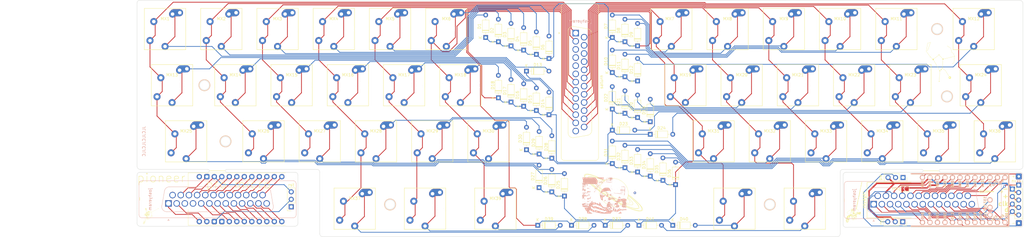
<source format=kicad_pcb>
(kicad_pcb (version 20221018) (generator pcbnew)
  (layers (0 "F.Cu" signal) (31 "B.Cu" signal) (34 "B.Paste" user) (35 "F.Paste" user) (36 "B.SilkS" user "B.Silkscreen") (37 "F.SilkS" user "F.Silkscreen") (38 "B.Mask" user) (39 "F.Mask" user) (44 "Edge.Cuts" user))
  (net 0 "")
  (net 1 "Net-(D1-A)")
  (net 2 "Net-(D2-A)")
  (net 3 "Net-(D3-A)")
  (net 4 "Net-(D4-A)")
  (net 5 "Net-(D5-A)")
  (net 6 "Net-(D6-A)")
  (net 7 "Net-(D7-A)")
  (net 8 "Net-(D8-A)")
  (net 9 "Net-(D9-A)")
  (net 10 "Net-(D10-A)")
  (net 11 "Net-(D11-A)")
  (net 12 "Net-(D12-A)")
  (net 13 "Net-(D13-A)")
  (net 14 "Net-(D14-A)")
  (net 15 "Net-(D15-A)")
  (net 16 "Net-(D16-A)")
  (net 17 "Net-(D17-A)")
  (net 18 "Net-(D18-A)")
  (net 19 "Net-(D19-A)")
  (net 20 "Net-(D20-A)")
  (net 21 "Net-(D21-A)")
  (net 22 "Net-(D22-A)")
  (net 23 "Net-(D23-A)")
  (net 24 "Net-(D24-A)")
  (net 25 "Net-(D25-A)")
  (net 26 "Net-(D26-A)")
  (net 27 "Net-(D27-A)")
  (net 28 "Net-(D28-A)")
  (net 29 "Net-(D29-A)")
  (net 30 "Net-(D30-A)")
  (net 31 "Net-(D31-A)")
  (net 32 "Net-(D32-A)")
  (net 33 "Net-(D33-A)")
  (net 34 "Net-(D34-A)")
  (net 35 "Net-(D35-A)")
  (net 36 "Net-(D36-A)")
  (net 37 "Net-(D37-A)")
  (net 38 "Net-(D38-A)")
  (net 39 "Net-(D39-A)")
  (net 40 "Net-(D40-A)")
  (net 41 "Net-(D41-A)")
  (net 49 "006")
  (net 50 "008")
  (net 51 "017")
  (net 52 "020")
  (net 53 "022")
  (net 54 "024")
  (net 55 "100")
  (net 56 "011")
  (net 57 "004")
  (net 58 "106")
  (net 59 "gnd")
  (net 60 "101")
  (net 61 "102")
  (net 62 "031")
  (net 63 "029")
  (net 64 "002")
  (net 65 "115")
  (net 66 "113")
  (net 67 "111")
  (net 68 "010")
  (net 69 "009")
  (net 70 "107")
  (net 71 "rst")
  (net 72 "gnd2")
  (net 74 "vccJ")
  (net 75 "row0")
  (net 76 "row1")
  (net 77 "row2")
  (net 78 "row3")
  (net 79 "col0")
  (net 80 "col1")
  (net 81 "col2")
  (net 82 "col3")
  (net 83 "col4")
  (net 85 "Net-(J4-Pin_1)")
  (net 88 "col5")
  (net 90 "col6")
  (net 91 "col7")
  (net 92 "col8")
  (net 93 "vccN")
  (net 94 "col9")
  (net 95 "col10")
  (net 96 "col11")
  (net 97 "bat")
  (net 100 "Net-(JP4-A)")
  (net 102 "gndPM2")
  (net 103 "b6")
  (net 104 "b2")
  (net 105 "b3")
  (net 106 "b1")
  (net 107 "f7")
  (net 108 "f6")
  (net 109 "f5")
  (net 110 "f4")
  (net 111 "vccPM")
  (net 112 "rstPM")
  (net 113 "b5")
  (net 114 "b4")
  (net 115 "e6")
  (net 116 "d7")
  (net 117 "c6")
  (net 118 "d4")
  (net 119 "d0")
  (net 120 "d1")
  (net 121 "d2")
  (net 122 "d3")
  (net 123 "gndPM")
  (footprint "Connector_Wire:SolderWire-0.25sqmm_1x01_D0.65mm_OD2mm" (layer "F.Cu") (at 343.41 262.08)
    (fp_text reference "J4")
    (fp_text value "-")
  )
  (footprint "Diode_THT:D_DO-35_SOD27_P7.62mm_Horizontal" (layer "F.Cu") (at 214.31 213.83625 90)
    (fp_text reference "D12")
    (fp_text value "D")
  )
  (footprint "Button_Switch_Keyboard:CherryMX_ChocV2_1u" (layer "F.Cu") (at 149.5425 196.215)
    (fp_text reference "MX6")
    (fp_text value "MX_SW_solder")
  )
  (footprint "Diode_THT:D_DO-35_SOD27_P7.62mm_Horizontal" (layer "F.Cu") (at 205.74 230.505)
    (fp_text reference "D23")
    (fp_text value "D")
  )
  (footprint "Connector_PinSocket_2.54mm:PinSocket_1x05_P2.54mm_Vertical" (layer "F.Cu") (at 343.35 249.14)
    (fp_text reference "J3" hide)
    (fp_text value "nv")
  )
  (footprint "Button_Switch_Keyboard:CherryMX_ChocV2_1.5u" (layer "F.Cu") (at 330.5175 215.265)
    (fp_text reference "MX24")
    (fp_text value "MX_SW_solder")
  )
  (footprint "Button_Switch_Keyboard:CherryMX_ChocV2_1.25u" (layer "F.Cu") (at 166.15 257.175)
    (fp_text reference "MX39")
    (fp_text value "MX_SW_solder")
  )
  (footprint "Button_Switch_Keyboard:CherryMX_ChocV2_1.25u" (layer "F.Cu") (at 247.1125 257.175)
    (fp_text reference "MX40" hide)
    (fp_text value "MX_SW_solder")
  )
  (footprint "Button_Switch_Keyboard:CherryMX_ChocV2_1u" (layer "F.Cu") (at 78.105 215.265)
    (fp_text reference "MX14")
    (fp_text value "MX_SW_solder")
  )
  (footprint "Diode_THT:D_DO-35_SOD27_P7.62mm_Horizontal" (layer "F.Cu") (at 214.3125 244.6975 90)
    (fp_text reference "D33")
    (fp_text value "D")
  )
  (footprint "Button_Switch_Keyboard:CherryMX_ChocV2_1u" (layer "F.Cu") (at 282.8925 196.215)
    (fp_text reference "MX10")
    (fp_text value "MX_SW_solder")
  )
  (footprint "PCM_marbastlib-xp-promicroish:ProMicro_USBup" (layer "F.Cu") (at 79.87 253.92 90)
    (fp_text reference "U2" hide)
    (fp_text value "ProMicro" hide)
  )
  (footprint "Button_Switch_Keyboard:CherryMX_ChocV2_1u" (layer "F.Cu") (at 225.7425 196.215)
    (fp_text reference "MX7")
    (fp_text value "MX_SW_solder")
  )
  (footprint "Button_Switch_Keyboard:CherryMX_ChocV2_1u" (layer "F.Cu") (at 301.9425 196.215)
    (fp_text reference "MX11")
    (fp_text value "MX_SW_solder")
  )
  (footprint "images:voySmall" (layer "F.Cu") (at 287.84 254.99 90)
    (fp_text reference "G***" hide)
    (fp_text value "LOGO" hide)
  )
  (footprint "Button_Switch_Keyboard:CherryMX_ChocV2_1u" (layer "F.Cu") (at 116.205 215.265)
    (fp_text reference "MX16")
    (fp_text value "MX_SW_solder")
  )
  (footprint "Diode_THT:D_DO-35_SOD27_P7.62mm_Horizontal" (layer "F.Cu") (at 171.45 220.98 90)
    (fp_text reference "D17")
    (fp_text value "D")
  )
  (footprint "Button_Switch_Keyboard:CherryMX_ChocV2_1.25u" (layer "F.Cu") (at 118.525 257.175)
    (fp_text reference "MX37")
    (fp_text value "MX_SW_solder")
  )
  (footprint "Diode_THT:D_DO-35_SOD27_P7.62mm_Horizontal" (layer "F.Cu") (at 175.73625 222.40875 90)
    (fp_text reference "D16")
    (fp_text value "D")
  )
  (footprint "Diode_THT:D_DO-35_SOD27_P7.62mm_Horizontal" (layer "F.Cu") (at 189.53 252.88 90)
    (fp_text reference "D25")
    (fp_text value "D")
  )
  (footprint "Diode_THT:D_DO-35_SOD27_P7.62mm_Horizontal" (layer "F.Cu") (at 171.45 201.93 90)
    (fp_text reference "D3")
    (fp_text value "D")
  )
  (footprint "Diode_THT:D_DO-35_SOD27_P7.62mm_Horizontal" (layer "F.Cu") (at 214.78875 262.8)
    (fp_text reference "D41")
    (fp_text value "D")
  )
  (footprint "Connector_PinSocket_2.54mm:PinSocket_1x03_P2.54mm_Vertical" (layer "F.Cu") (at 304.2 246.6 -90)
    (fp_text reference "J6")
    (fp_text value "pw")
  )
  (footprint "Diode_THT:D_DO-35_SOD27_P7.62mm_Horizontal" (layer "F.Cu") (at 205.74 241.84 90)
    (fp_text reference "D31")
    (fp_text value "D")
  )
  (footprint "Diode_THT:D_DO-35_SOD27_P7.62mm_Horizontal" (layer "F.Cu") (at 226.21875 262.8)
    (fp_text reference "D40")
    (fp_text value "D")
  )
  (footprint "Button_Switch_Keyboard:CherryMX_ChocV2_1u" (layer "F.Cu") (at 278.13 234.315)
    (fp_text reference "MX33")
    (fp_text value "MX_SW_solder")
  )
  (footprint "Button_Switch_Keyboard:CherryMX_ChocV2_1u" (layer "F.Cu") (at 287.655 215.265)
    (fp_text reference "MX22")
    (fp_text value "MX_SW_solder")
  )
  (footprint "Button_Switch_Keyboard:CherryMX_ChocV2_1.75u" (layer "F.Cu") (at 61.43625 234.315)
    (fp_text reference "MX25")
    (fp_text value "MX_SW_solder")
  )
  (footprint "Button_Switch_Keyboard:CherryMX_ChocV2_1u" (layer "F.Cu") (at 73.3425 196.215)
    (fp_text reference "MX2")
    (fp_text value "MX_SW_solder")
  )
  (footprint "Diode_THT:D_DO-35_SOD27_P7.62mm_Horizontal" (layer "F.Cu") (at 184.30875 225.26625 90)
    (fp_text reference "D14")
    (fp_text value "D")
  )
  (footprint "Diode_THT:D_DO-35_SOD27_P7.62mm_Horizontal" (layer "F.Cu") (at 214.3125 226.21875 90)
    (fp_text reference "D20")
    (fp_text value "D")
  )
  (footprint "Button_Switch_Keyboard:CherryMX_ChocV2_1u" (layer "F.Cu") (at 130.4925 196.215)
    (fp_text reference "MX5")
    (fp_text value "MX_SW_solder")
  )
  (footprint "Button_Switch_Keyboard:CherryMX_ChocV2_1u" (layer "F.Cu") (at 268.605 215.265)
    (fp_text reference "MX21")
    (fp_text value "MX_SW_solder")
  )
  (footprint "Diode_THT:D_DO-35_SOD27_P7.62mm_Horizontal" (layer "F.Cu") (at 185.26125 240.03 90)
    (fp_text reference "D28")
    (fp_text value "D")
  )
  (footprint "Button_Switch_Keyboard:CherryMX_ChocV2_1u" (layer "F.Cu") (at 54.2925 196.215)
    (fp_text reference "MX1")
    (fp_text value "MX_SW_solder")
  )
  (footprint "Button_Switch_Keyboard:CherryMX_ChocV2_1u" (layer "F.Cu") (at 106.68 234.315)
    (fp_text reference "MX27")
    (fp_text value "MX_SW_solder")
  )
  (footprint "Connector_PinSocket_2.54mm:PinSocket_1x03_P2.54mm_Vertical" (layer "F.Cu") (at 304.1 261.6 -90)
    (fp_text reference "J7")
    (fp_text value "rst")
  )
  (footprint "Button_Switch_Keyboard:CherryMX_ChocV2_1u" (layer "F.Cu") (at 335.28 234.315)
    (fp_text reference "MX36")
    (fp_text value "MX_SW_solder")
  )
  (footprint "Button_Switch_Keyboard:CherryMX_ChocV2_1.25u" (layer "F.Cu") (at 56.67375 215.265)
    (fp_text reference "MX13")
    (fp_text value "MX_SW_solder")
  )
  (footprint "Connector_Dsub:DSUB-25_Female_Vertical_P2.77x2.84mm2" (layer "F.Cu") (at 193.3575 197.5775 90)
    (fp_text reference "J1" hide)
    (fp_text value "saturn")
  )
  (footprint "Button_Switch_Keyboard:CherryMX_ChocV2_1u" (layer "F.Cu") (at 154.305 215.265)
    (fp_text reference "MX18")
    (fp_text value "MX_SW_solder")
  )
  (footprint "Button_Switch_Keyboard:CherryMX_ChocV2_1.75u" (layer "F.Cu") (at 328.13625 196.215)
    (fp_text reference "MX12")
    (fp_text value "MX_SW_solder")
  )
  (footprint "Diode_THT:D_DO-35_SOD27_P7.62mm_Horizontal" (layer "F.Cu") (at 176.68875 237.1725 90)
    (fp_text reference "D30")
    (fp_text value "D")
  )
  (footprint "NiceNano2:nice_nano" (layer "F.Cu") (at 324.75 254.2)
    (fp_text reference "U1" hide)
    (fp_text value "nice_nano" hide)
  )
  (footprint "Diode_THT:D_DO-35_SOD27_P7.62mm_Horizontal" (layer "F.Cu") (at 185.25 251.46 90)
    (fp_text reference "D26")
    (fp_text value "D")
  )
  (footprint "Jumper:SolderJumper-2_P1.3mm_Open_TrianglePad1.0x1.5mm" (layer "F.Cu") (at 304.875 250.4 180)
    (fp_text reference "JP4")
    (fp_text value "vccj")
  )
  (footprint "Button_Switch_Keyboard:CherryMX_ChocV2_1u" (layer "F.Cu") (at 263.8425 196.215)
    (fp_text reference "MX9")
    (fp_text value "MX_SW_solder")
  )
  (footprint "Button_Switch_Keyboard:CherryMX_ChocV2_1u" (layer "F.Cu") (at 163.83 234.315)
    (fp_text reference "MX30")
    (fp_text value "MX_SW_solder")
  )
  (footprint "Diode_THT:D_DO-35_SOD27_P7.62mm_Horizontal" (layer "F.Cu") (at 180.0225 204.7875 90)
    (fp_text reference "D5")
    (fp_text value "D")
  )
  (footprint "Button_Switch_Keyboard:CherryMX_ChocV2_1u" (layer "F.Cu") (at 249.555 215.265)
    (fp_text reference "MX20")
    (fp_text value "MX_SW_solder")
  )
  (footprint "Diode_THT:D_DO-35_SOD27_P7.62mm_Horizontal" (layer "F.Cu") (at 218.59875 231.93375)
    (fp_text reference "D24")
    (fp_text value "D")
  )
  (footprint "Diode_THT:D_DO-35_SOD27_P7.62mm_Horizontal" (layer "F.Cu") (at 176.68 210.48)
    (fp_text reference "D13")
    (fp_text value "D")
  )
  (footprint "Diode_THT:D_DO-35_SOD27_P7.62mm_Horizontal" (layer "F.Cu") (at 210.02625 224.79 90)
    (fp_text reference "D21")
    (fp_text value "D")
  )
  (footprint "Button_Switch_Keyboard:CherryMX_ChocV2_1.25u" (layer "F.Cu") (at 142.3375 257.175)
    (fp_text reference "MX38" hide)
    (fp_text value "MX_SW_solder")
  )
  (footprint "Diode_THT:D_DO-35_SOD27_P7.62mm_Horizontal" (layer "F.Cu") (at 214.3125 201.93 90)
    (fp_text reference "D9")
    (fp_text value "D")
  )
  (footprint "Diode_THT:D_DO-35_SOD27_P7.62mm_Horizontal" (layer "F.Cu") (at 184.30875 206.21625 90)
    (fp_text reference "D6")
    (fp_text value "D")
  )
  (footprint "Diode_THT:D_DO-35_SOD27_P7.62mm_Horizontal" (layer "F.Cu") (at 218.59875 246.12625 90)
    (fp_text reference "D34")
    (fp_text value "D")
  )
  (footprint "Diode_THT:D_DO-35_SOD27_P7.62mm_Horizontal" (layer "F.Cu") (at 180.975 238.60125 90)
    (fp_text reference "D29")
    (fp_text value "D")
  )
  (footprint "Button_Switch_Keyboard:CherryMX_ChocV2_1u" (layer "F.Cu") (at 230.505 215.265)
    (fp_text reference "MX19")
    (fp_text value "MX_SW_solder")
  )
  (footprint "Diode_THT:D_DO-35_SOD27_P7.62mm_Horizontal" (layer "F.Cu") (at 205.74 223.36125 90)
    (fp_text reference "D22")
    (fp_text value "D")
  )
  (footprint "Button_Switch_Keyboard:CherryMX_ChocV2_1u" (layer "F.Cu") (at 92.3925 196.215)
    (fp_text reference "MX3")
    (fp_text value "MX_SW_solder")
  )
  (footprint "Button_Switch_Keyboard:CherryMX_ChocV2_1u" (layer "F.Cu") (at 259.08 234.315)
    (fp_text reference "MX32")
    (fp_text value "MX_SW_solder")
  )
  (footprint "Diode_THT:D_DO-35_SOD27_P7.62mm_Horizontal" (layer "F.Cu") (at 180.49875 262.8)
    (fp_text reference "D39")
    (fp_text value "D" hide)
  )
  (footprint "Diode_THT:D_DO-35_SOD27_P7.62mm_Horizontal" (layer "F.Cu") (at 175.73625 203.35875 90)
    (fp_text reference "D4")
    (fp_text value "D")
  )
  (footprint "Diode_THT:D_DO-35_SOD27_P7.62mm_Horizontal" (layer "F.Cu") (at 210.02625 200.50125 90)
    (fp_text reference "D8")
    (fp_text value "D")
  )
  (footprint "Diode_THT:D_DO-35_SOD27_P7.62mm_Horizontal" (layer "F.Cu") (at 180.0225 223.8375 90)
    (fp_text reference "D15")
    (fp_text value "D")
  )
  (footprint "Connector_Wire:SolderWire-0.25sqmm_1x01_D0.65mm_OD2mm" (layer "F.Cu") (at 343.39 246.22)
    (fp_text reference "J5")
    (fp_text value "+")
  )
  (footprint "Diode_THT:D_DO-35_SOD27_P7.62mm_Horizontal" (layer "F.Cu") (at 191.92875 262.8)
    (fp_text reference "D38")
    (fp_text value "D" hide)
  )
  (footprint "Diode_THT:D_DO-35_SOD27_P7.62mm_Horizontal" (layer "F.Cu") (at 218.59875 227.6475 90)
    (fp_text reference "D19")
    (fp_text value "D")
  )
  (footprint "Connector_PinSocket_2.54mm:PinSocket_1x03_P2.54mm_Vertical" (layer "F.Cu") (at 97.025 256.525 180)
    (fp_text reference "J9" hide)
    (fp_text value "rst")
  )
  (footprint "Diode_THT:D_DO-35_SOD27_P7.62mm_Horizontal" (layer "F.Cu") (at 162.8775 199.0725 90)
    (fp_text reference "D1")
    (fp_text value "D")
  )
  (footprint "Diode_THT:D_DO-35_SOD27_P7.62mm_Horizontal" (layer "F.Cu") (at 205.74 199.0725 90)
    (fp_text reference "D7")
    (fp_text value "D")
  )
  (footprint "Diode_THT:D_DO-35_SOD27_P7.62mm_Horizontal" (layer "F.Cu") (at 227.17125 248.98375 90)
    (fp_text reference "D36")
    (fp_text value "D")
  )
  (footprint "Diode_THT:D_DO-35_SOD27_P7.62mm_Horizontal" (layer "F.Cu") (at 210.02625 212.37 90)
    (fp_text reference "D11")
    (fp_text value "D")
  )
  (footprint "Diode_THT:D_DO-35_SOD27_P7.62mm_Horizontal" (layer "F.Cu") (at 210.02625 243.26875 90)
    (fp_text reference "D32")
    (fp_text value locked "D")
  )
  (footprint "Connector_PinSocket_2.54mm:PinSocket_1x04_P2.54mm_Vertical" (layer "F.Cu") (at 341.225 250.51)
    (fp_text reference "J10" hide)
    (fp_text value "Conn_01x04_Socket" hide)
  )
  (footprint "images:pion" (layer "F.Cu") (at 49.3 259.5)
    (fp_text reference "G***" hide)
    (fp_text value "LOGO" hide)
  )
  (footprint "Button_Switch_Keyboard:CherryMX_ChocV2_1u" (layer "F.Cu") (at 97.155 215.265)
    (fp_text reference "MX15")
    (fp_text value "MX_SW_solder")
  )
  (footprint "Diode_THT:D_DO-35_SOD27_P7.62mm_Horizontal" (layer "F.Cu") (at 180.96 250.02 90)
    (fp_text reference "D27")
    (fp_text value "D")
  )
  (footprint "Button_Switch_Keyboard:CherryMX_ChocV2_1u" (layer "F.Cu") (at 316.23 234.315)
    (fp_text reference "MX35")
    (fp_text value "MX_SW_solder")
  )
  (footprint "Button_Switch_Keyboard:CherryMX_ChocV2_1u" (layer "F.Cu") (at 144.78 234.315)
    (fp_text reference "MX29")
    (fp_text value "MX_SW_solder")
  )
  (footprint "images:jor" (layer "F.Cu") (at 317.1825 207.16875)
    (fp_text reference "Ge" hide)
    (fp_text value "LOGO" hide)
  )
  (footprint "Diode_THT:D_DO-35_SOD27_P7.62mm_Horizontal" (layer "F.Cu") (at 167.16375 219.55125 90)
    (fp_text reference "D18")
    (fp_text value "D")
  )
  (footprint "Diode_THT:D_DO-35_SOD27_P7.62mm_Horizontal" (layer "F.Cu") (at 167.16375 200.50125 90)
    (fp_text reference "D2")
    (fp_text value "D")
  )
  (footprint "images:sat" (layer "F.Cu") (at 206.1 251.7)
    (fp_text reference "G***" hide)
    (fp_text value "LOGO" hide)
  )
  (footprint "Button_Switch_Keyboard:CherryMX_ChocV2_1u" (layer "F.Cu") (at 240.03 234.315)
    (fp_text reference "MX31")
    (fp_text value "MX_SW_solder")
  )
  (footprint "Diode_THT:D_DO-35_SOD27_P7.62mm_Horizontal" (layer "F.Cu") (at 205.74 210.97 90)
    (fp_text reference "D10")
    (fp_text value "D")
  )
  (footprint "Diode_THT:D_DO-35_SOD27_P7.62mm_Horizontal" (layer "F.Cu") (at 222.885 247.555 90)
    (fp_text reference "D35")
    (fp_text value "D")
  )
  (footprint "Button_Switch_Keyboard:CherryMX_ChocV2_1u" (layer "F.Cu") (at 125.73 234.315)
    (fp_text reference "MX28")
    (fp_text value "MX_SW_solder")
  )
  (footprint "Button_Switch_Keyboard:CherryMX_ChocV2_1u" (layer "F.Cu") (at 111.4425 196.215)
    (fp_text reference "MX4")
    (fp_text value "MX_SW_solder")
  )
  (footprint "Diode_THT:D_DO-35_SOD27_P7.62mm_Horizontal" (layer "F.Cu") (at 203.35875 262.8)
    (fp_text reference "D37")
    (fp_text value "D" hide)
  )
  (footprint "Button_Switch_Keyboard:CherryMX_ChocV2_1u" (layer "F.Cu") (at 306.705 215.265)
    (fp_text reference "MX23")
    (fp_text value "MX_SW_solder")
  )
  (footprint "Button_Switch_Keyboard:CherryMX_ChocV2_1u" (layer "F.Cu") (at 135.255 215.265)
    (fp_text reference "MX17")
    (fp_text value "MX_SW_solder")
  )
  (footprint "Button_Switch_Keyboard:CherryMX_ChocV2_1u" (layer "F.Cu") (at 244.7925 196.215)
    (fp_text reference "MX8")
    (fp_text value "MX_SW_solder")
  )
  (footprint "Button_Switch_Keyboard:CherryMX_ChocV2_1u" (layer "F.Cu") (at 87.63 234.315)
    (fp_text reference "MX26")
    (fp_text value "MX_SW_solder")
  )
  (footprint "Button_Switch_Keyboard:CherryMX_ChocV2_1.25u" (layer "F.Cu") (at 270.925 257.175)
    (fp_text reference "MX41" hide)
    (fp_text value "MX_SW_solder" hide)
  )
  (footprint "Button_Switch_Keyboard:CherryMX_ChocV2_1u" (layer "F.Cu") (at 297.18 234.315)
    (fp_text reference "MX34")
    (fp_text value "MX_SW_solder")
  )
  (footprint "Connector_Dsub:DSUB-25_Male_Vertical_P2.77x2.84mm2" (layer "B.Cu") (at 294.26 255.64)
    (fp_text reference "J2")
    (fp_text value "voyager")
  )
  (footprint "images:nawal" (layer "B.Cu") (at 203 252.7 180)
    (fp_text reference "G***" hide)
    (fp_text value "LOGO" hide)
  )
  (footprint "Connector_Dsub:DSUB-25_Male_Vertical_P2.77x2.84mm2" (layer "B.Cu") (at 55.455 255.39)
    (fp_text reference locked "J8" hide)
    (fp_text value "titan" hide)
  )
  (gr_circle (center 319.0875 219.075) (end 319.0875 217.17) (stroke (width 0.15)) (fill none) (layer "B.SilkS"))
  (gr_circle (center 259.08 255.74625) (end 259.08 253.84125) (stroke (width 0.15)) (fill none) (layer "B.SilkS"))
  (gr_circle (center 130.4925 255.74625) (end 130.4925 253.84125) (stroke (width 0.15)) (fill none) (layer "B.SilkS"))
  (gr_circle (center 315.75375 196.215) (end 315.75375 194.31) (stroke (width 0.15)) (fill none) (layer "B.SilkS"))
  (gr_circle (center 67.6275 215.265) (end 67.6275 213.36) (stroke (width 0.15)) (fill none) (layer "B.SilkS"))
  (gr_circle (center 74.77125 234.315) (end 74.77125 232.41) (stroke (width 0.15)) (fill none) (layer "B.SilkS"))
  (gr_line (start 45.72 253.365) (end 45.72 254.3175) (stroke (width 0.15)) (layer "F.SilkS"))
  (gr_circle (center 315.75375 196.215) (end 315.75375 194.31) (stroke (width 0.15)) (fill none) (layer "F.SilkS"))
  (gr_line (start 306.97 260.31) (end 292 260.31) (stroke (width 0.15)) (layer "F.SilkS"))
  (gr_circle (center 130.4925 255.74625) (end 130.4925 253.84125) (stroke (width 0.15)) (fill none) (layer "F.SilkS"))
  (gr_line (start 284.32125 253.84125) (end 284.32125 254.79375) (stroke (width 0.15)) (layer "F.SilkS"))
  (gr_line (start 311.2 244.3) (end 316.2 244.3) (stroke (width 0.15)) (layer "F.SilkS"))
  (gr_line (start 292.005 248.22) (end 292 260.31) (stroke (width 0.15)) (layer "F.SilkS"))
  (gr_circle (center 259.08 255.74625) (end 259.08 253.84125) (stroke (width 0.15)) (fill none) (layer "F.SilkS"))
  (gr_circle (center 74.77125 234.315) (end 74.77125 232.41) (stroke (width 0.15)) (fill none) (layer "F.SilkS"))
  (gr_line (start 306.935 248.22) (end 292.005 248.22) (stroke (width 0.15)) (layer "F.SilkS"))
  (gr_circle (center 67.6275 215.265) (end 67.6275 213.36) (stroke (width 0.15)) (fill none) (layer "F.SilkS"))
  (gr_line (start 69.5 244.3) (end 74.5 244.3) (stroke (width 0.15)) (layer "F.SilkS"))
  (gr_circle (center 319.0875 219.075) (end 319.0875 217.17) (stroke (width 0.15)) (fill none) (layer "F.SilkS"))
  (gr_circle (center 315.75375 196.215) (end 317.35375 196.215) (stroke (width 0.1)) (fill none) (layer "Edge.Cuts"))
  (gr_line (start 344.8 245.8) (end 344.8 262.5) (stroke (width 0.1)) (layer "Edge.Cuts"))
  (gr_line (start 281.9 266.7) (end 107.7 266.7) (stroke (width 0.1)) (layer "Edge.Cuts"))
  (gr_arc (start 75.2 244.8) (mid 74.7 244.3) (end 75.2 243.8) (stroke (width 0.1)) (layer "Edge.Cuts"))
  (gr_circle (center 67.6275 215.265) (end 69.2275 215.265) (stroke (width 0.1)) (fill none) (layer "Edge.Cuts"))
  (gr_line (start 283.9 262.492893) (end 283.9 245.8) (stroke (width 0.1)) (layer "Edge.Cuts"))
  (gr_arc (start 344.8 262.5) (mid 344.507107 263.207107) (end 343.8 263.5) (stroke (width 0.1)) (layer "Edge.Cuts"))
  (gr_circle (center 319.0875 219.075) (end 320.6875 219.075) (stroke (width 0.1)) (fill none) (layer "Edge.Cuts"))
  (gr_arc (start 310.5 243.8) (mid 311 244.3) (end 310.5 244.8) (stroke (width 0.1)) (layer "Edge.Cuts"))
  (gr_line (start 283.9 243.8) (end 310.5 243.8) (stroke (width 0.1)) (layer "Edge.Cuts"))
  (gr_line (start 44.8 187.4) (end 44.8 242.8) (stroke (width 0.1)) (layer "Edge.Cuts"))
  (gr_line (start 45.8 186.4) (end 343.8 186.5) (stroke (width 0.1)) (layer "Edge.Cuts"))
  (gr_arc (start 283.9 245.8) (mid 284.192893 245.092893) (end 284.9 244.8) (stroke (width 0.1)) (layer "Edge.Cuts"))
  (gr_line (start 282.9 244.8) (end 282.9 265.7) (stroke (width 0.1)) (layer "Edge.Cuts"))
  (gr_line (start 44.8 262.1) (end 44.8 257.1) (stroke (width 0.1)) (layer "Edge.Cuts"))
  (gr_line (start 343.8 263.5) (end 284.9 263.492893) (stroke (width 0.1)) (layer "Edge.Cuts"))
  (gr_arc (start 282.9 244.8) (mid 283.192893 244.092893) (end 283.9 243.8) (stroke (width 0.1)) (layer "Edge.Cuts"))
  (gr_arc (start 45.8 243.8) (mid 45.092893 243.507107) (end 44.8 242.8) (stroke (width 0.1)) (layer "Edge.Cuts"))
  (gr_line (start 316.9 243.8) (end 343.8 243.8) (stroke (width 0.1)) (layer "Edge.Cuts"))
  (gr_line (start 68.8 243.8) (end 45.8 243.8) (stroke (width 0.1)) (layer "Edge.Cuts"))
  (gr_line (start 344.8 187.5) (end 344.8 242.8) (stroke (width 0.1)) (layer "Edge.Cuts"))
  (gr_line (start 105.7 243.8) (end 75.2 243.8) (stroke (width 0.1)) (layer "Edge.Cuts"))
  (gr_circle (center 130.4925 255.74625) (end 132.0925 255.74625) (stroke (width 0.1)) (fill none) (layer "Edge.Cuts"))
  (gr_arc (start 99.3 262.1) (mid 99.007107 262.807107) (end 98.3 263.1) (stroke (width 0.1)) (layer "Edge.Cuts"))
  (gr_arc (start 343.8 244.8) (mid 344.507107 245.092893) (end 344.8 245.8) (stroke (width 0.1)) (layer "Edge.Cuts"))
  (gr_arc (start 344.8 242.8) (mid 344.507107 243.507107) (end 343.8 243.8) (stroke (width 0.1)) (layer "Edge.Cuts"))
  (gr_arc (start 316.9 244.8) (mid 316.4 244.3) (end 316.9 243.8) (stroke (width 0.1)) (layer "Edge.Cuts"))
  (gr_circle (center 74.77125 234.315) (end 76.37125 234.315) (stroke (width 0.1)) (fill none) (layer "Edge.Cuts"))
  (gr_arc (start 68.8 243.8) (mid 69.3 244.3) (end 68.8 244.8) (stroke (width 0.1)) (layer "Edge.Cuts"))
  (gr_line (start 99.3 245.8) (end 99.3 262.1) (stroke (width 0.1)) (layer "Edge.Cuts"))
  (gr_line (start 44.8 245.8) (end 44.8 257.1) (stroke (width 0.1)) (layer "Edge.Cuts"))
  (gr_line (start 284.9 244.8) (end 310.5 244.8) (stroke (width 0.1)) (layer "Edge.Cuts"))
  (gr_arc (start 98.3 244.8) (mid 99.007107 245.092893) (end 99.3 245.8) (stroke (width 0.1)) (layer "Edge.Cuts"))
  (gr_arc (start 284.9 263.492893) (mid 284.192896 263.199999) (end 283.9 262.492893) (stroke (width 0.1)) (layer "Edge.Cuts"))
  (gr_circle (center 259.08 255.74625) (end 260.68 255.74625) (stroke (width 0.1)) (fill none) (layer "Edge.Cuts"))
  (gr_line (start 316.9 244.8) (end 343.8 244.8) (stroke (width 0.1)) (layer "Edge.Cuts"))
  (gr_line (start 68.8 244.8) (end 45.8 244.8) (stroke (width 0.1)) (layer "Edge.Cuts"))
  (gr_arc (start 44.8 187.4) (mid 45.092893 186.692893) (end 45.8 186.4) (stroke (width 0.1)) (layer "Edge.Cuts"))
  (gr_line (start 75.2 244.8) (end 98.3 244.8) (stroke (width 0.1)) (layer "Edge.Cuts"))
  (gr_line (start 106.7 265.7) (end 106.7 244.8) (stroke (width 0.1)) (layer "Edge.Cuts"))
  (gr_arc (start 105.7 243.8) (mid 106.407107 244.092893) (end 106.7 244.8) (stroke (width 0.1)) (layer "Edge.Cuts"))
  (gr_arc (start 44.8 245.8) (mid 45.092893 245.092893) (end 45.8 244.8) (stroke (width 0.1)) (layer "Edge.Cuts"))
  (gr_arc (start 282.9 265.7) (mid 282.607107 266.407107) (end 281.9 266.7) (stroke (width 0.1)) (layer "Edge.Cuts"))
  (gr_arc (start 107.7 266.7) (mid 106.992893 266.407107) (end 106.7 265.7) (stroke (width 0.1)) (layer "Edge.Cuts"))
  (gr_arc (start 45.8 263.1) (mid 45.092893 262.807107) (end 44.8 262.1) (stroke (width 0.1)) (layer "Edge.Cuts"))
  (gr_arc (start 343.8 186.5) (mid 344.507107 186.792893) (end 344.8 187.5) (stroke (width 0.1)) (layer "Edge.Cuts"))
  (gr_line (start 98.3 263.1) (end 45.8 263.1) (stroke (width 0.1)) (layer "Edge.Cuts"))
  (gr_text "JLCJLCJLCJLC" (at 47.14875 234.315 90) (layer "B.SilkS") (effects (font (size 1 1)) (justify mirror)))
  (gr_text "101" (at 332.06 259.31 90) (layer "B.SilkS") (effects (font (size 0.8 0.8)) (justify mirror)))
  (gr_text "009" (at 337.3 248.21 45) (layer "B.SilkS") (effects (font (size 0.8 0.8)) (justify mirror)))
  (gr_text "joshyeram" (at 194.8 193.5) (layer "B.SilkS") (effects (font (size 1 1)) (justify mirror)))
  (gr_text "107" (at 332.01 254.21 90) (layer "B.SilkS") (effects (font (size 0.8 0.8)) (justify mirror)))
  (gr_text "cs" (at 343.35 247.8) (layer "B.SilkS") (effects (font (size 0.8 0.8)) (justify mirror)))
  (gr_text "joshyeram" (at 49.2 254 90) (layer "B.SilkS") (effects (font (size 1 1)) (justify mirror)))
  (gr_text "106" (at 339.255 259.7 90) (layer "B.SilkS") (effects (font (size 0.8 0.8)) (justify mirror)))
  (gr_text "joshyeram" (at 287.65 254.23 90) (layer "B.SilkS") (effects (font (size 1 1)) (justify mirror)))
  (gr_text "011" (at 335.22 260.28 45) (layer "B.SilkS") (effects (font (size 0.8 0.8)) (justify mirror)))
  (gr_text "102" (at 332.03 256.78 90) (layer "B.SilkS") (effects (font (size 0.8 0.8)) (justify mirror)))
  (gr_text "-\n" (at 339.95 249.75 180) (layer "F.SilkS") (effects (font (size 1.5 1.5) (thickness 0.3) bold) (justify left bottom)))
  (gr_text "pioneer" (at 61.4 248.5) (layer "F.SilkS") (effects (font (size 3 3)) (justify right bottom)))
  (gr_text "d" (at 338.35 258.4) (layer "F.SilkS") (effects (font (size 1.5 1.5) (thickness 0.3) bold) (justify left bottom)))
  (gr_text "102" (at 332.03 256.78 90) (layer "F.SilkS") (effects (font (size 0.8 0.8))))
  (gr_text "106" (at 339.255 259.7 90) (layer "F.SilkS") (effects (font (size 0.8 0.8))))
  (gr_text "+" (at 337.8 253.8) (layer "F.SilkS") (effects (font (size 1.5 1.5) (thickness 0.3) bold) (justify left bottom)))
  (gr_text "pro micro" (at 79.1 248.9) (layer "F.SilkS") (effects (font (size 3 3))))
  (gr_text "107" (at 332.01 254.21 90) (layer "F.SilkS") (effects (font (size 0.8 0.8))))
  (gr_text "009" (at 337.3 248.21 45) (layer "F.SilkS") (effects (font (size 0.8 0.8))))
  (gr_text "011\n" (at 335.22 260.28 45) (layer "F.SilkS") (effects (font (size 0.8 0.8))))
  (gr_text "101" (at 332.06 259.31 90) (layer "F.SilkS") (effects (font (size 0.8 0.8))))
  (gr_text "clk\n" (at 336.3 256.35) (layer "F.SilkS") (effects (font (size 1.5 1.5) (thickness 0.3) bold) (justify left bottom)))
  (gr_text "!" (at 334.29 251.36 90) (layer "F.SilkS") (effects (font (size 8 10))))
  (via (at 213.4 251.8) (size 0.8) (drill 0.4) (layers "F.Cu" "B.Cu") (net 0))
  (segment (start 57.62625 191.92875) (end 57.62625 198.78125) (width 0.25) (layer "F.Cu") (net 1))
  (segment (start 57.62625 198.78125) (end 54.2925 202.115) (width 0.25) (layer "F.Cu") (net 1))
  (segment (start 56.8325 191.135) (end 57.62625 191.92875) (width 0.25) (layer "F.Cu") (net 1))
  (segment (start 162.8775 191.4525) (end 159.864042 191.4525) (width 0.25) (layer "B.Cu") (net 1))
  (segment (start 158.59125 199.392792) (end 152.544042 205.44) (width 0.25) (layer "B.Cu") (net 1))
  (segment (start 152.544042 205.44) (end 73.51875 205.44) (width 0.25) (layer "B.Cu") (net 1))
  (segment (start 158.59125 192.725292) (end 158.59125 199.392792) (width 0.25) (layer "B.Cu") (net 1))
  (segment (start 159.864042 191.4525) (end 158.59125 192.725292) (width 0.25) (layer "B.Cu") (net 1))
  (segment (start 73.51875 205.44) (end 70.19375 202.115) (width 0.25) (layer "B.Cu") (net 1))
  (segment (start 70.19375 202.115) (end 54.2925 202.115) (width 0.25) (layer "B.Cu") (net 1))
  (segment (start 76.67625 198.78125) (end 73.3425 202.115) (width 0.25) (layer "F.Cu") (net 2))
  (segment (start 75.8825 191.135) (end 76.67625 191.92875) (width 0.25) (layer "F.Cu") (net 2))
  (segment (start 76.67625 191.92875) (end 76.67625 198.78125) (width 0.25) (layer "F.Cu") (net 2))
  (segment (start 152.357646 204.99) (end 76.2175 204.99) (width 0.25) (layer "B.Cu") (net 2))
  (segment (start 167.16375 192.88125) (end 167.16375 190.97625) (width 0.25) (layer "B.Cu") (net 2))
  (segment (start 158.115 199.232646) (end 152.357646 204.99) (width 0.25) (layer "B.Cu") (net 2))
  (segment (start 167.16375 190.97625) (end 166.21125 190.02375) (width 0.25) (layer "B.Cu") (net 2))
  (segment (start 166.21125 190.02375) (end 160.656396 190.02375) (width 0.25) (layer "B.Cu") (net 2))
  (segment (start 76.2175 204.99) (end 73.3425 202.115) (width 0.25) (layer "B.Cu") (net 2))
  (segment (start 160.656396 190.02375) (end 158.115 192.565146) (width 0.25) (layer "B.Cu") (net 2))
  (segment (start 158.115 192.565146) (end 158.115 199.232646) (width 0.25) (layer "B.Cu") (net 2))
  (segment (start 95.72625 191.92875) (end 95.72625 198.78125) (width 0.25) (layer "F.Cu") (net 3))
  (segment (start 94.9325 191.135) (end 95.72625 191.92875) (width 0.25) (layer "F.Cu") (net 3))
  (segment (start 95.72625 198.78125) (end 92.3925 202.115) (width 0.25) (layer "F.Cu") (net 3))
  (segment (start 152.17125 204.54) (end 157.63875 199.0725) (width 0.25) (layer "B.Cu") (net 3))
  (segment (start 92.3925 202.115) (end 92.5775 202.115) (width 0.25) (layer "B.Cu") (net 3))
  (segment (start 160.49625 189.5475) (end 170.02125 189.5475) (width 0.25) (layer "B.Cu") (net 3))
  (segment (start 95.0025 204.54) (end 152.17125 204.54) (width 0.25) (layer "B.Cu") (net 3))
  (segment (start 170.02125 189.5475) (end 171.45 190.97625) (width 0.25) (layer "B.Cu") (net 3))
  (segment (start 92.5775 202.115) (end 95.0025 204.54) (width 0.25) (layer "B.Cu") (net 3))
  (segment (start 171.45 190.97625) (end 171.45 194.31) (width 0.25) (layer "B.Cu") (net 3))
  (segment (start 157.63875 192.405) (end 160.49625 189.5475) (width 0.25) (layer "B.Cu") (net 3))
  (segment (start 157.63875 199.0725) (end 157.63875 192.405) (width 0.25) (layer "B.Cu") (net 3))
  (segment (start 114.77625 191.92875) (end 114.77625 198.78125) (width 0.25) (layer "F.Cu") (net 4))
  (segment (start 114.77625 198.78125) (end 111.4425 202.115) (width 0.25) (layer "F.Cu") (net 4))
  (segment (start 113.9825 191.135) (end 114.77625 191.92875) (width 0.25) (layer "F.Cu") (net 4))
  (segment (start 173.83125 189.07125) (end 160.336104 189.07125) (width 0.25) (layer "B.Cu") (net 4))
  (segment (start 175.73625 190.97625) (end 173.83125 189.07125) (width 0.25) (layer "B.Cu") (net 4))
  (segment (start 151.984854 204.09) (end 113.4175 204.09) (width 0.25) (layer "B.Cu") (net 4))
  (segment (start 157.1625 192.244854) (end 157.1625 198.912354) (width 0.25) (layer "B.Cu") (net 4))
  (segment (start 175.73625 195.73875) (end 175.73625 190.97625) (width 0.25) (layer "B.Cu") (net 4))
  (segment (start 113.4175 204.09) (end 111.4425 202.115) (width 0.25) (layer "B.Cu") (net 4))
  (segment (start 157.1625 198.912354) (end 151.984854 204.09) (width 0.25) (layer "B.Cu") (net 4))
  (segment (start 160.336104 189.07125) (end 157.1625 192.244854) (width 0.25) (layer "B.Cu") (net 4))
  (segment (start 133.82625 199.165) (end 130.87625 202.115) (width 0.25) (layer "F.Cu") (net 5))
  (segment (start 133.0325 191.135) (end 133.82625 191.92875) (width 0.25) (layer "F.Cu") (net 5))
  (segment (start 133.82625 191.92875) (end 133.82625 199.165) (width 0.25) (layer "F.Cu") (net 5))
  (segment (start 130.87625 202.115) (end 130.4925 202.115) (width 0.25) (layer "F.Cu") (net 5))
  (segment (start 180.0225 197.1675) (end 180.0225 190.97625) (width 0.25) (layer "B.Cu") (net 5))
  (segment (start 160.175958 188.595) (end 156.68625 192.084708) (width 0.25) (layer "B.Cu") (net 5))
  (segment (start 180.0225 190.97625) (end 177.64125 188.595) (width 0.25) (layer "B.Cu") (net 5))
  (segment (start 151.798458 203.64) (end 132.0175 203.64) (width 0.25) (layer "B.Cu") (net 5))
  (segment (start 177.64125 188.595) (end 160.175958 188.595) (width 0.25) (layer "B.Cu") (net 5))
  (segment (start 156.68625 198.752208) (end 151.798458 203.64) (width 0.25) (layer "B.Cu") (net 5))
  (segment (start 132.0175 203.64) (end 130.4925 202.115) (width 0.25) (layer "B.Cu") (net 5))
  (segment (start 156.68625 192.084708) (end 156.68625 198.752208) (width 0.25) (layer "B.Cu") (net 5))
  (segment (start 152.6 199.0575) (end 149.5425 202.115) (width 0.25) (layer "F.Cu") (net 6))
  (segment (start 152.6 191.6525) (end 152.6 199.0575) (width 0.25) (layer "F.Cu") (net 6))
  (segment (start 152.0825 191.135) (end 152.6 191.6525) (width 0.25) (layer "F.Cu") (net 6))
  (segment (start 157.469562 190.665) (end 154.5425 190.665) (width 0.25) (layer "B.Cu") (net 6))
  (segment (start 184.30875 198.59625) (end 184.30875 190.97625) (width 0.25) (layer "B.Cu") (net 6))
  (segment (start 181.45125 188.11875) (end 160.015812 188.11875) (width 0.25) (layer "B.Cu") (net 6))
  (segment (start 184.30875 190.97625) (end 181.45125 188.11875) (width 0.25) (layer "B.Cu") (net 6))
  (segment (start 160.015812 188.11875) (end 157.469562 190.665) (width 0.25) (layer "B.Cu") (net 6))
  (segment (start 228.2825 191.135) (end 229.07625 191.92875) (width 0.25) (layer "F.Cu") (net 7))
  (segment (start 229.07625 191.92875) (end 229.07625 198.78125) (width 0.25) (layer "F.Cu") (net 7))
  (segment (start 229.07625 198.78125) (end 225.7425 202.115) (width 0.25) (layer "F.Cu") (net 7))
  (segment (start 219.6825 203.96625) (end 223.70625 203.96625) (width 0.25) (layer "B.Cu") (net 7))
  (segment (start 218.1225 202.40625) (end 219.6825 203.96625) (width 0.25) (layer "B.Cu") (net 7))
  (segment (start 223.70625 203.96625) (end 225.5575 202.115) (width 0.25) (layer "B.Cu") (net 7))
  (segment (start 225.5575 202.115) (end 225.7425 202.115) (width 0.25) (layer "B.Cu") (net 7))
  (segment (start 218.1225 194.626104) (end 218.1225 202.40625) (width 0.25) (layer "B.Cu") (net 7))
  (segment (start 214.948896 191.4525) (end 218.1225 194.626104) (width 0.25) (layer "B.Cu") (net 7))
  (segment (start 205.74 191.4525) (end 214.948896 191.4525) (width 0.25) (layer "B.Cu") (net 7))
  (segment (start 248.12625 191.92875) (end 248.12625 198.78125) (width 0.25) (layer "F.Cu") (net 8))
  (segment (start 247.3325 191.135) (end 248.12625 191.92875) (width 0.25) (layer "F.Cu") (net 8))
  (segment (start 248.12625 198.78125) (end 244.7925 202.115) (width 0.25) (layer "F.Cu") (net 8))
  (segment (start 210.02625 192.88125) (end 215.74125 192.88125) (width 0.25) (layer "B.Cu") (net 8))
  (segment (start 215.74125 192.88125) (end 217.64625 194.78625) (width 0.25) (layer "B.Cu") (net 8))
  (segment (start 242.49125 204.41625) (end 244.7925 202.115) (width 0.25) (layer "B.Cu") (net 8))
  (segment (start 217.64625 202.566396) (end 219.496104 204.41625) (width 0.25) (layer "B.Cu") (net 8))
  (segment (start 217.64625 194.78625) (end 217.64625 202.566396) (width 0.25) (layer "B.Cu") (net 8))
  (segment (start 219.496104 204.41625) (end 242.49125 204.41625) (width 0.25) (layer "B.Cu") (net 8))
  (segment (start 267.17625 191.92875) (end 267.17625 198.78125) (width 0.25) (layer "F.Cu") (net 9))
  (segment (start 267.17625 198.78125) (end 263.8425 202.115) (width 0.25) (layer "F.Cu") (net 9))
  (segment (start 266.3825 191.135) (end 267.17625 191.92875) (width 0.25) (layer "F.Cu") (net 9))
  (segment (start 263.6575 201.93) (end 263.8425 202.115) (width 0.25) (layer "B.Cu") (net 9))
  (segment (start 216.52 194.31) (end 217.19625 194.98625) (width 0.25) (layer "B.Cu") (net 9))
  (segment (start 217.19625 194.98625) (end 217.19625 202.752792) (width 0.25) (layer "B.Cu") (net 9))
  (segment (start 244.197926 204.86625) (end 247.134176 201.93) (width 0.25) (layer "B.Cu") (net 9))
  (segment (start 219.309708 204.86625) (end 244.197926 204.86625) (width 0.25) (layer "B.Cu") (net 9))
  (segment (start 247.134176 201.93) (end 263.6575 201.93) (width 0.25) (layer "B.Cu") (net 9))
  (segment (start 217.19625 202.752792) (end 219.309708 204.86625) (width 0.25) (layer "B.Cu") (net 9))
  (segment (start 214.3125 194.31) (end 216.52 194.31) (width 0.25) (layer "B.Cu") (net 9))
  (segment (start 285.4325 191.135) (end 286.22625 191.92875) (width 0.25) (layer "F.Cu") (net 10))
  (segment (start 286.22625 191.92875) (end 286.22625 198.78125) (width 0.25) (layer "F.Cu") (net 10))
  (segment (start 286.22625 198.78125) (end 282.8925 202.115) (width 0.25) (layer "F.Cu") (net 10))
  (segment (start 281.3675 203.64) (end 263.210824 203.64) (width 0.25) (layer "B.Cu") (net 10))
  (segment (start 282.8925 202.115) (end 281.3675 203.64) (width 0.25) (layer "B.Cu") (net 10))
  (segment (start 244.384322 205.31625) (end 219.123312 205.31625) (width 0.25) (layer "B.Cu") (net 10))
  (segment (start 247.320572 202.38) (end 244.384322 205.31625) (width 0.25) (layer "B.Cu") (net 10))
  (segment (start 263.210824 203.64) (end 261.950824 202.38) (width 0.25) (layer "B.Cu") (net 10))
  (segment (start 219.123312 205.31625) (end 217.157062 203.35) (width 0.25) (layer "B.Cu") (net 10))
  (segment (start 261.950824 202.38) (end 247.320572 202.38) (width 0.25) (layer "B.Cu") (net 10))
  (segment (start 217.157062 203.35) (end 205.74 203.35) (width 0.25) (layer "B.Cu") (net 10))
  (segment (start 305.27625 198.78125) (end 301.9425 202.115) (width 0.25) (layer "F.Cu") (net 11))
  (segment (start 305.27625 191.92875) (end 305.27625 198.78125) (width 0.25) (layer "F.Cu") (net 11))
  (segment (start 304.4825 191.135) (end 305.27625 191.92875) (width 0.25) (layer "F.Cu") (net 11))
  (segment (start 263.024428 204.09) (end 261.764428 202.83) (width 0.25) (layer "B.Cu") (net 11))
  (segment (start 299.9675 204.09) (end 263.024428 204.09) (width 0.25) (layer "B.Cu") (net 11))
  (segment (start 244.570718 205.76625) (end 218.936916 205.76625) (width 0.25) (layer "B.Cu") (net 11))
  (segment (start 218.936916 205.76625) (end 217.920666 204.75) (width 0.25) (layer "B.Cu") (net 11))
  (segment (start 217.920666 204.75) (end 210.02625 204.75) (width 0.25) (layer "B.Cu") (net 11))
  (segment (start 261.764428 202.83) (end 247.506968 202.83) (width 0.25) (layer "B.Cu") (net 11))
  (segment (start 301.9425 202.115) (end 299.9675 204.09) (width 0.25) (layer "B.Cu") (net 11))
  (segment (start 247.506968 202.83) (end 244.570718 205.76625) (width 0.25) (layer "B.Cu") (net 11))
  (segment (start 330.67625 191.135) (end 331.47 191.92875) (width 0.25) (layer "F.Cu") (net 12))
  (segment (start 331.47 191.92875) (end 331.47 198.78125) (width 0.25) (layer "F.Cu") (net 12))
  (segment (start 331.47 198.78125) (end 328.13625 202.115) (width 0.25) (layer "F.Cu") (net 12))
  (segment (start 313.124458 209.07375) (end 312.236125 208.185417) (width 0.25) (layer "B.Cu") (net 12))
  (segment (start 216.279167 208.185417) (end 214.31 206.21625) (width 0.25) (layer "B.Cu") (net 12))
  (segment (start 328.13625 202.115) (end 321.1775 209.07375) (width 0.25) (layer "B.Cu") (net 12))
  (segment (start 321.1775 209.07375) (end 313.124458 209.07375) (width 0.25) (layer "B.Cu") (net 12))
  (segment (start 312.236125 208.185417) (end 216.279167 208.185417) (width 0.25) (layer "B.Cu") (net 12))
  (segment (start 59.21375 210.185) (end 60.0075 210.97875) (width 0.25) (layer "F.Cu") (net 13))
  (segment (start 60.0075 217.83125) (end 56.67375 221.165) (width 0.25) (layer "F.Cu") (net 13))
  (segment (start 60.0075 210.97875) (end 60.0075 217.83125) (width 0.25) (layer "F.Cu") (net 13))
  (segment (start 73.1925 205.89) (end 69.3675 209.715) (width 0.25) (layer "B.Cu") (net 13))
  (segment (start 173.102573 209.137427) (end 169.855146 205.89) (width 0.25) (layer "B.Cu") (net 13))
  (segment (start 169.855146 205.89) (end 73.1925 205.89) (width 0.25) (layer "B.Cu") (net 13))
  (segment (start 69.3675 209.715) (end 61.67375 209.715) (width 0.25) (layer "B.Cu") (net 13))
  (segment (start 182.957427 209.137427) (end 173.102573 209.137427) (width 0.25) (layer "B.Cu") (net 13))
  (segment (start 184.3 210.48) (end 182.957427 209.137427) (width 0.25) (layer "B.Cu") (net 13))
  (segment (start 80.645 210.185) (end 81.43875 210.97875) (width 0.25) (layer "F.Cu") (net 14))
  (segment (start 81.43875 217.83125) (end 78.105 221.165) (width 0.25) (layer "F.Cu") (net 14))
  (segment (start 81.43875 210.97875) (end 81.43875 217.83125) (width 0.25) (layer "F.Cu") (net 14))
  (segment (start 181.13 213.36) (end 176.68875 213.36) (width 0.25) (layer "B.Cu") (net 14))
  (segment (start 86.48 206.34) (end 83.105 209.715) (width 0.25) (layer "B.Cu") (net 14))
  (segment (start 184.30875 216.53875) (end 181.13 213.36) (width 0.25) (layer "B.Cu") (net 14))
  (segment (start 184.30875 217.64625) (end 184.30875 216.53875) (width 0.25) (layer "B.Cu") (net 14))
  (segment (start 176.68875 213.36) (end 169.66875 206.34) (width 0.25) (layer "B.Cu") (net 14))
  (segment (start 169.66875 206.34) (end 86.48 206.34) (width 0.25) (layer "B.Cu") (net 14))
  (segment (start 100.48875 217.83125) (end 97.155 221.165) (width 0.25) (layer "F.Cu") (net 15))
  (segment (start 99.695 210.185) (end 100.48875 210.97875) (width 0.25) (layer "F.Cu") (net 15))
  (segment (start 100.48875 210.97875) (end 100.48875 217.83125) (width 0.25) (layer "F.Cu") (net 15))
  (segment (start 180.0225 216.2175) (end 180.0225 215.2825) (width 0.25) (layer "B.Cu") (net 15))
  (segment (start 105.08 206.79) (end 102.155 209.715) (width 0.25) (layer "B.Cu") (net 15))
  (segment (start 178.55 213.81) (end 176.502354 213.81) (width 0.25) (layer "B.Cu") (net 15))
  (segment (start 169.482354 206.79) (end 105.08 206.79) (width 0.25) (layer "B.Cu") (net 15))
  (segment (start 176.502354 213.81) (end 169.482354 206.79) (width 0.25) (layer "B.Cu") (net 15))
  (segment (start 180.0225 215.2825) (end 178.55 213.81) (width 0.25) (layer "B.Cu") (net 15))
  (segment (start 119.53875 210.97875) (end 119.53875 217.83125) (width 0.25) (layer "F.Cu") (net 16))
  (segment (start 119.53875 217.83125) (end 116.205 221.165) (width 0.25) (layer "F.Cu") (net 16))
  (segment (start 118.745 210.185) (end 119.53875 210.97875) (width 0.25) (layer "F.Cu") (net 16))
  (segment (start 123.68 207.24) (end 121.205 209.715) (width 0.25) (layer "B.Cu") (net 16))
  (segment (start 169.295958 207.24) (end 123.68 207.24) (width 0.25) (layer "B.Cu") (net 16))
  (segment (start 175.73625 213.680292) (end 169.295958 207.24) (width 0.25) (layer "B.Cu") (net 16))
  (segment (start 175.73625 214.78875) (end 175.73625 213.680292) (width 0.25) (layer "B.Cu") (net 16))
  (segment (start 138.58875 210.97875) (end 138.58875 217.83125) (width 0.25) (layer "F.Cu") (net 17))
  (segment (start 137.795 210.185) (end 138.58875 210.97875) (width 0.25) (layer "F.Cu") (net 17))
  (segment (start 138.58875 217.83125) (end 135.255 221.165) (width 0.25) (layer "F.Cu") (net 17))
  (segment (start 171.45 210.106323) (end 169.033677 207.69) (width 0.25) (layer "B.Cu") (net 17))
  (segment (start 171.45 213.36) (end 171.45 210.106323) (width 0.25) (layer "B.Cu") (net 17))
  (segment (start 169.033677 207.69) (end 142.28 207.69) (width 0.25) (layer "B.Cu") (net 17))
  (segment (start 142.28 207.69) (end 140.255 209.715) (width 0.25) (layer "B.Cu") (net 17))
  (segment (start 157.63875 210.97875) (end 157.63875 217.83125) (width 0.25) (layer "F.Cu") (net 18))
  (segment (start 156.845 210.185) (end 157.63875 210.97875) (width 0.25) (layer "F.Cu") (net 18))
  (segment (start 157.63875 217.83125) (end 154.305 221.165) (width 0.25) (layer "F.Cu") (net 18))
  (segment (start 160.88 208.14) (end 159.305 209.715) (width 0.25) (layer "B.Cu") (net 18))
  (segment (start 166.23 208.14) (end 160.88 208.14) (width 0.25) (layer "B.Cu") (net 18))
  (segment (start 167.16375 211.93125) (end 167.16375 209.07375) (width 0.25) (layer "B.Cu") (net 18))
  (segment (start 167.16375 209.07375) (end 166.23 208.14) (width 0.25) (layer "B.Cu") (net 18))
  (segment (start 233.83875 217.83125) (end 230.505 221.165) (width 0.25) (layer "F.Cu") (net 19))
  (segment (start 233.83875 210.97875) (end 233.83875 217.83125) (width 0.25) (layer "F.Cu") (net 19))
  (segment (start 233.045 210.185) (end 233.83875 210.97875) (width 0.25) (layer "F.Cu") (net 19))
  (segment (start 218.59875 221.45625) (end 219.55125 222.40875) (width 0.25) (layer "B.Cu") (net 19))
  (segment (start 218.59875 220.0275) (end 218.59875 221.45625) (width 0.25) (layer "B.Cu") (net 19))
  (segment (start 219.55125 222.40875) (end 229.26125 222.40875) (width 0.25) (layer "B.Cu") (net 19))
  (segment (start 229.26125 222.40875) (end 230.505 221.165) (width 0.25) (layer "B.Cu") (net 19))
  (segment (start 249.84625 221.165) (end 249.555 221.165) (width 0.25) (layer "F.Cu") (net 20))
  (segment (start 252.88875 210.97875) (end 252.88875 218.1225) (width 0.25) (layer "F.Cu") (net 20))
  (segment (start 252.095 210.185) (end 252.88875 210.97875) (width 0.25) (layer "F.Cu") (net 20))
  (segment (start 252.88875 218.1225) (end 249.84625 221.165) (width 0.25) (layer "F.Cu") (net 20))
  (segment (start 216.2175 222.885) (end 247.835 222.885) (width 0.25) (layer "B.Cu") (net 20))
  (segment (start 214.3125 218.59875) (end 214.3125 220.98) (width 0.25) (layer "B.Cu") (net 20))
  (segment (start 247.835 222.885) (end 249.555 221.165) (width 0.25) (layer "B.Cu") (net 20))
  (segment (start 214.3125 220.98) (end 216.2175 222.885) (width 0.25) (layer "B.Cu") (net 20))
  (segment (start 271.93875 217.83125) (end 268.605 221.165) (width 0.25) (layer "F.Cu") (net 21))
  (segment (start 271.145 210.185) (end 271.93875 210.97875) (width 0.25) (layer "F.Cu") (net 21))
  (segment (start 271.93875 210.97875) (end 271.93875 217.83125) (width 0.25) (layer "F.Cu") (net 21))
  (segment (start 213.043896 223.36125) (end 266.40875 223.36125) (width 0.25) (layer "B.Cu") (net 21))
  (segment (start 266.40875 223.36125) (end 268.605 221.165) (width 0.25) (layer "B.Cu") (net 21))
  (segment (start 210.02625 217.17) (end 210.02625 220.343604) (width 0.25) (layer "B.Cu") (net 21))
  (segment (start 210.02625 220.343604) (end 213.043896 223.36125) (width 0.25) (layer "B.Cu") (net 21))
  (segment (start 290.98875 217.83125) (end 287.655 221.165) (width 0.25) (layer "F.Cu") (net 22))
  (segment (start 290.98875 210.97875) (end 290.98875 217.83125) (width 0.25) (layer "F.Cu") (net 22))
  (segment (start 290.195 210.185) (end 290.98875 210.97875) (width 0.25) (layer "F.Cu") (net 22))
  (segment (start 210.97875 221.9325) (end 212.88375 223.8375) (width 0.25) (layer "B.Cu") (net 22))
  (segment (start 205.74 215.74125) (end 205.74 220.50375) (width 0.25) (layer "B.Cu") (net 22))
  (segment (start 207.16875 221.9325) (end 210.97875 221.9325) (width 0.25) (layer "B.Cu") (net 22))
  (segment (start 212.88375 223.8375) (end 284.9825 223.8375) (width 0.25) (layer "B.Cu") (net 22))
  (segment (start 205.74 220.50375) (end 207.16875 221.9325) (width 0.25) (layer "B.Cu") (net 22))
  (segment (start 284.9825 223.8375) (end 287.655 221.165) (width 0.25) (layer "B.Cu") (net 22))
  (segment (start 310.03875 210.97875) (end 310.03875 217.83125) (width 0.25) (layer "F.Cu") (net 23))
  (segment (start 309.245 210.185) (end 310.03875 210.97875) (width 0.25) (layer "F.Cu") (net 23))
  (segment (start 310.03875 217.83125) (end 306.705 221.165) (width 0.25) (layer "F.Cu") (net 23))
  (segment (start 220.0275 225.7425) (end 221.45625 224.31375) (width 0.25) (layer "B.Cu") (net 23))
  (segment (start 218.59875 230.505) (end 220.0275 229.07625) (width 0.25) (layer "B.Cu") (net 23))
  (segment (start 303.55625 224.31375) (end 306.705 221.165) (width 0.25) (layer "B.Cu") (net 23))
  (segment (start 221.45625 224.31375) (end 303.55625 224.31375) (width 0.25) (layer "B.Cu") (net 23))
  (segment (start 220.0275 229.07625) (end 220.0275 225.7425) (width 0.25) (layer "B.Cu") (net 23))
  (segment (start 213.36 230.505) (end 218.59875 230.505) (width 0.25) (layer "B.Cu") (net 23))
  (segment (start 333.0575 210.185) (end 333.85125 210.97875) (width 0.25) (layer "F.Cu") (net 24))
  (segment (start 333.85125 217.83125) (end 330.5175 221.165) (width 0.25) (layer "F.Cu") (net 24))
  (segment (start 333.85125 210.97875) (end 333.85125 217.83125) (width 0.25) (layer "F.Cu") (net 24))
  (segment (start 326.8925 224.79) (end 330.5175 221.165) (width 0.25) (layer "B.Cu") (net 24))
  (segment (start 227.6475 224.79) (end 326.8925 224.79) (width 0.25) (layer "B.Cu") (net 24))
  (segment (start 226.21875 231.93375) (end 226.21875 226.21875) (width 0.25) (layer "B.Cu") (net 24))
  (segment (start 226.21875 226.21875) (end 227.6475 224.79) (width 0.25) (layer "B.Cu") (net 24))
  (segment (start 63.97625 229.235) (end 64.77 230.02875) (width 0.25) (layer "F.Cu") (net 25))
  (segment (start 64.77 230.02875) (end 64.77 236.88125) (width 0.25) (layer "F.Cu") (net 25))
  (segment (start 64.77 236.88125) (end 61.43625 240.215) (width 0.25) (layer "F.Cu") (net 25))
  (segment (start 124.335532 242.25) (end 124.725532 242.64) (width 0.25) (layer "B.Cu") (net 25))
  (segment (start 162.825532 242.64) (end 178.972613 242.64) (width 0.25) (layer "B.Cu") (net 25))
  (segment (start 146.965718 241.45875) (end 161.644282 241.45875) (width 0.25) (layer "B.Cu") (net 25))
  (segment (start 178.972613 242.64) (end 181.592613 245.26) (width 0.25) (layer "B.Cu") (net 25))
  (segment (start 86.998324 241.74) (end 88.261676 241.74) (width 0.25) (layer "B.Cu") (net 25))
  (segment (start 88.801676 241.2) (end 104.871928 241.2) (width 0.25) (layer "B.Cu") (net 25))
  (segment (start 86.458324 241.2) (end 86.998324 241.74) (width 0.25) (layer "B.Cu") (net 25))
  (segment (start 104.871928 241.2) (end 105.921928 242.25) (width 0.25) (layer "B.Cu") (net 25))
  (segment (start 181.592613 245.26) (end 189.53 245.26) (width 0.25) (layer "B.Cu") (net 25))
  (segment (start 105.921928 242.25) (end 124.335532 242.25) (width 0.25) (layer "B.Cu") (net 25))
  (segment (start 61.43625 240.215) (end 62.42125 241.2) (width 0.25) (layer "B.Cu") (net 25))
  (segment (start 161.644282 241.45875) (end 162.825532 242.64) (width 0.25) (layer "B.Cu") (net 25))
  (segment (start 62.42125 241.2) (end 86.458324 241.2) (width 0.25) (layer "B.Cu") (net 25))
  (segment (start 145.784468 242.64) (end 146.965718 241.45875) (width 0.25) (layer "B.Cu") (net 25))
  (segment (start 124.725532 242.64) (end 145.784468 242.64) (width 0.25) (layer "B.Cu") (net 25))
  (segment (start 88.261676 241.74) (end 88.801676 241.2) (width 0.25) (layer "B.Cu") (net 25))
  (segment (start 90.17 229.235) (end 90.96375 230.02875) (width 0.25) (layer "F.Cu") (net 26))
  (segment (start 90.96375 230.02875) (end 90.96375 236.88125) (width 0.25) (layer "F.Cu") (net 26))
  (segment (start 90.96375 236.88125) (end 87.63 240.215) (width 0.25) (layer "F.Cu") (net 26))
  (segment (start 124.521928 241.8) (end 106.108324 241.8) (width 0.25) (layer "B.Cu") (net 26))
  (segment (start 145.598072 242.19) (end 124.911928 242.19) (width 0.25) (layer "B.Cu") (net 26))
  (segment (start 88.39014 240.97514) (end 87.63 240.215) (width 0.25) (layer "B.Cu") (net 26))
  (segment (start 124.911928 242.19) (end 124.521928 241.8) (width 0.25) (layer "B.Cu") (net 26))
  (segment (start 105.058324 240.75) (end 88.61528 240.75) (width 0.25) (layer "B.Cu") (net 26))
  (segment (start 88.61528 240.75) (end 88.39014 240.97514) (width 0.25) (layer "B.Cu") (net 26))
  (segment (start 146.805572 240.9825) (end 145.598072 242.19) (width 0.25) (layer "B.Cu") (net 26))
  (segment (start 185.25 243.84) (end 180.809009 243.84) (width 0.25) (layer "B.Cu") (net 26))
  (segment (start 106.108324 241.8) (end 105.058324 240.75) (width 0.25) (layer "B.Cu") (net 26))
  (segment (start 163.011928 242.19) (end 161.804428 240.9825) (width 0.25) (layer "B.Cu") (net 26))
  (segment (start 180.809009 243.84) (end 179.159009 242.19) (width 0.25) (layer "B.Cu") (net 26))
  (segment (start 179.159009 242.19) (end 163.011928 242.19) (width 0.25) (layer "B.Cu") (net 26))
  (segment (start 161.804428 240.9825) (end 146.805572 240.9825) (width 0.25) (layer "B.Cu") (net 26))
  (segment (start 110.01375 236.88125) (end 106.68 240.215) (width 0.25) (layer "F.Cu") (net 27))
  (segment (start 110.01375 230.02875) (end 110.01375 236.88125) (width 0.25) (layer "F.Cu") (net 27))
  (segment (start 109.22 229.235) (end 110.01375 230.02875) (width 0.25) (layer "F.Cu") (net 27))
  (segment (start 146.645426 240.50625) (end 161.964574 240.50625) (width 0.25) (layer "B.Cu") (net 27))
  (segment (start 125.098324 241.74) (end 145.411676 241.74) (width 0.25) (layer "B.Cu") (net 27))
  (segment (start 106.68 240.215) (end 107.815 241.35) (width 0.25) (layer "B.Cu") (net 27))
  (segment (start 161.964574 240.50625) (end 163.198324 241.74) (width 0.25) (layer "B.Cu") (net 27))
  (segment (start 180.3 241.74) (end 180.96 242.4) (width 0.25) (layer "B.Cu") (net 27))
  (segment (start 107.815 241.35) (end 124.708324 241.35) (width 0.25) (layer "B.Cu") (net 27))
  (segment (start 124.708324 241.35) (end 125.098324 241.74) (width 0.25) (layer "B.Cu") (net 27))
  (segment (start 145.411676 241.74) (end 146.645426 240.50625) (width 0.25) (layer "B.Cu") (net 27))
  (segment (start 163.198324 241.74) (end 180.3 241.74) (width 0.25) (layer "B.Cu") (net 27))
  (segment (start 129.06375 230.02875) (end 129.06375 236.88125) (width 0.25) (layer "F.Cu") (net 28))
  (segment (start 128.27 229.235) (end 129.06375 230.02875) (width 0.25) (layer "F.Cu") (net 28))
  (segment (start 129.06375 236.88125) (end 125.73 240.215) (width 0.25) (layer "F.Cu") (net 28))
  (segment (start 185.26125 232.41) (end 185.26125 230.186802) (width 0.25) (layer "B.Cu") (net 28))
  (segment (start 185.26125 230.186802) (end 181.319448 226.245) (width 0.25) (layer "B.Cu") (net 28))
  (segment (start 150.737354 227.17125) (end 132.32375 227.17125) (width 0.25) (layer "B.Cu") (net 28))
  (segment (start 151.663604 226.245) (end 150.737354 227.17125) (width 0.25) (layer "B.Cu") (net 28))
  (segment (start 132.32375 227.17125) (end 130.73 228.765) (width 0.25) (layer "B.Cu") (net 28))
  (segment (start 181.319448 226.245) (end 151.663604 226.245) (width 0.25) (layer "B.Cu") (net 28))
  (segment (start 148.11375 236.88125) (end 144.78 240.215) (width 0.25) (layer "F.Cu") (net 29))
  (segment (start 147.32 229.235) (end 148.11375 230.02875) (width 0.25) (layer "F.Cu") (net 29))
  (segment (start 148.11375 230.02875) (end 148.11375 236.88125) (width 0.25) (layer "F.Cu") (net 29))
  (segment (start 151.85 226.695) (end 149.78 228.765) (width 0.25) (layer "B.Cu") (net 29))
  (segment (start 180.975 229.07625) (end 178.59375 226.695) (width 0.25) (layer "B.Cu") (net 29))
  (segment (start 178.59375 226.695) (end 151.85 226.695) (width 0.25) (layer "B.Cu") (net 29))
  (segment (start 180.975 230.98125) (end 180.975 229.07625) (width 0.25) (layer "B.Cu") (net 29))
  (segment (start 166.37 229.235) (end 167.16375 230.02875) (width 0.25) (layer "F.Cu") (net 30))
  (segment (start 167.16375 230.02875) (end 167.16375 236.88125) (width 0.25) (layer "F.Cu") (net 30))
  (segment (start 167.16375 236.88125) (end 163.83 240.215) (width 0.25) (layer "F.Cu") (net 30))
  (segment (start 176.68875 229.5525) (end 176.68875 227.6475) (width 0.25) (layer "B.Cu") (net 30))
  (segment (start 176.2125 227.17125) (end 170.42375 227.17125) (width 0.25) (layer "B.Cu") (net 30))
  (segment (start 176.68875 227.6475) (end 176.2125 227.17125) (width 0.25) (layer "B.Cu") (net 30))
  (segment (start 170.42375 227.17125) (end 168.83 228.765) (width 0.25) (layer "B.Cu") (net 30))
  (segment (start 243.36375 236.88125) (end 240.03 240.215) (width 0.25) (layer "F.Cu") (net 31))
  (segment (start 243.36375 230.02875) (end 243.36375 236.88125) (width 0.25) (layer "F.Cu") (net 31))
  (segment (start 242.57 229.235) (end 243.36375 230.02875) (width 0.25) (layer "F.Cu") (net 31))
  (segment (start 224.54323 234.22) (end 231.30573 240.9825) (width 0.25) (layer "B.Cu") (net 31))
  (segment (start 231.30573 240.9825) (end 239.2625 240.9825) (width 0.25) (layer "B.Cu") (net 31))
  (segment (start 239.2625 240.9825) (end 240.03 240.215) (width 0.25) (layer "B.Cu") (net 31))
  (segment (start 205.74 234.22) (end 224.54323 234.22) (width 0.25) (layer "B.Cu") (net 31))
  (segment (start 262.41375 230.02875) (end 262.41375 236.88125) (width 0.25) (layer "F.Cu") (net 32))
  (segment (start 262.41375 236.88125) (end 259.08 240.215) (width 0.25) (layer "F.Cu") (net 32))
  (segment (start 263.61 229.235) (end 264.08 228.765) (width 0.25) (layer "F.Cu") (net 32))
  (segment (start 261.62 229.235) (end 263.61 229.235) (width 0.25) (layer "F.Cu") (net 32))
  (segment (start 261.62 229.235) (end 262.41375 230.02875) (width 0.25) (layer "F.Cu") (net 32))
  (segment (start 210.02625 235.64875) (end 225.335584 235.64875) (width 0.25) (layer "B.Cu") (net 32))
  (segment (start 225.335584 235.64875) (end 231.426834 241.74) (width 0.25) (layer "B.Cu") (net 32))
  (segment (start 257.555 241.74) (end 259.08 240.215) (width 0.25) (layer "B.Cu") (net 32))
  (segment (start 231.426834 241.74) (end 257.555 241.74) (width 0.25) (layer "B.Cu") (net 32))
  (segment (start 281.46375 230.02875) (end 281.46375 236.88125) (width 0.25) (layer "F.Cu") (net 33))
  (segment (start 280.67 229.235) (end 281.46375 230.02875) (width 0.25) (layer "F.Cu") (net 33))
  (segment (start 281.46375 236.88125) (end 278.13 240.215) (width 0.25) (layer "F.Cu") (net 33))
  (segment (start 259.261676 242.19) (end 261.421676 240.03) (width 0.25) (layer "B.Cu") (net 33))
  (segment (start 231.240438 242.19) (end 259.261676 242.19) (width 0.25) (layer "B.Cu") (net 33))
  (segment (start 226.127938 237.0775) (end 231.240438 242.19) (width 0.25) (layer "B.Cu") (net 33))
  (segment (start 277.945 240.03) (end 278.13 240.215) (width 0.25) (layer "B.Cu") (net 33))
  (segment (start 214.3125 237.0775) (end 226.127938 237.0775) (width 0.25) (layer "B.Cu") (net 33))
  (segment (start 261.421676 240.03) (end 277.945 240.03) (width 0.25) (layer "B.Cu") (net 33))
  (segment (start 300.51375 236.88125) (end 297.18 240.215) (width 0.25) (layer "F.Cu") (net 34))
  (segment (start 300.51375 230.02875) (end 300.51375 236.88125) (width 0.25) (layer "F.Cu") (net 34))
  (segment (start 299.72 229.235) (end 300.51375 230.02875) (width 0.25) (layer "F.Cu") (net 34))
  (segment (start 280.385 240.215) (end 297.18 240.215) (width 0.25) (layer "B.Cu") (net 34))
  (segment (start 218.59875 238.50625) (end 226.920292 238.50625) (width 0.25) (layer "B.Cu") (net 34))
  (segment (start 276.238324 240.48) (end 277.498324 241.74) (width 0.25) (layer "B.Cu") (net 34))
  (segment (start 231.054042 242.64) (end 259.448072 242.64) (width 0.25) (layer "B.Cu") (net 34))
  (segment (start 278.86 241.74) (end 280.385 240.215) (width 0.25) (layer "B.Cu") (net 34))
  (segment (start 259.448072 242.64) (end 261.608072 240.48) (width 0.25) (layer "B.Cu") (net 34))
  (segment (start 277.498324 241.74) (end 278.86 241.74) (width 0.25) (layer "B.Cu") (net 34))
  (segment (start 261.608072 240.48) (end 276.238324 240.48) (width 0.25) (layer "B.Cu") (net 34))
  (segment (start 226.920292 238.50625) (end 231.054042 242.64) (width 0.25) (layer "B.Cu") (net 34))
  (segment (start 319.56375 230.02875) (end 319.56375 236.88125) (width 0.25) (layer "F.Cu") (net 35))
  (segment (start 318.77 229.235) (end 319.56375 230.02875) (width 0.25) (layer "F.Cu") (net 35))
  (segment (start 319.56375 236.88125) (end 316.23 240.215) (width 0.25) (layer "F.Cu") (net 35))
  (segment (start 230.867646 243.09) (end 259.634468 243.09) (width 0.25) (layer "B.Cu") (net 35))
  (segment (start 276.051928 240.93) (end 277.311928 242.19) (width 0.25) (layer "B.Cu") (net 35))
  (segment (start 297.811676 241.74) (end 298.261676 241.29) (width 0.25) (layer "B.Cu") (net 35))
  (segment (start 277.311928 242.19) (end 279.046396 242.19) (width 0.25) (layer "B.Cu") (net 35))
  (segment (start 279.046396 242.19) (end 280.571396 240.665) (width 0.25) (layer "B.Cu") (net 35))
  (segment (start 295.655 240.665) (end 295.655 240.846676) (width 0.25) (layer "B.Cu") (net 35))
  (segment (start 298.261676 241.29) (end 315.155 241.29) (width 0.25) (layer "B.Cu") (net 35))
  (segment (start 259.634468 243.09) (end 261.794468 240.93) (width 0.25) (layer "B.Cu") (net 35))
  (segment (start 296.548324 241.74) (end 297.811676 241.74) (width 0.25) (layer "B.Cu") (net 35))
  (segment (start 295.655 240.846676) (end 296.548324 241.74) (width 0.25) (layer "B.Cu") (net 35))
  (segment (start 261.794468 240.93) (end 276.051928 240.93) (width 0.25) (layer "B.Cu") (net 35))
  (segment (start 222.885 239.935) (end 227.712646 239.935) (width 0.25) (layer "B.Cu") (net 35))
  (segment (start 280.571396 240.665) (end 295.655 240.665) (width 0.25) (layer "B.Cu") (net 35))
  (segment (start 315.155 241.29) (end 316.23 240.215) (width 0.25) (layer "B.Cu") (net 35))
  (segment (start 227.712646 239.935) (end 230.867646 243.09) (width 0.25) (layer "B.Cu") (net 35))
  (segment (start 337.82 229.235) (end 338.61375 230.02875) (width 0.25) (layer "F.Cu") (net 36))
  (segment (start 338.61375 230.02875) (end 338.61375 236.88125) (width 0.25) (layer "F.Cu") (net 36))
  (segment (start 338.61375 236.88125) (end 335.28 240.215) (width 0.25) (layer "F.Cu") (net 36))
  (segment (start 297.998072 242.19) (end 298.448072 241.74) (width 0.25) (layer "B.Cu") (net 36))
  (segment (start 275.865532 241.38) (end 277.125532 242.64) (width 0.25) (layer "B.Cu") (net 36))
  (segment (start 261.980864 241.38) (end 275.865532 241.38) (width 0.25) (layer "B.Cu") (net 36))
  (segment (start 259.820864 243.54) (end 261.980864 241.38) (width 0.25) (layer "B.Cu") (net 36))
  (segment (start 280.757792 241.115) (end 295.286928 241.115) (width 0.25) (layer "B.Cu") (net 36))
  (segment (start 333.755 241.74) (end 335.28 240.215) (width 0.25) (layer "B.Cu") (net 36))
  (segment (start 228.505 241.36375) (end 230.68125 243.54) (width 0.25) (layer "B.Cu") (net 36))
  (segment (start 296.361928 242.19) (end 297.998072 242.19) (width 0.25) (layer "B.Cu") (net 36))
  (segment (start 279.232792 242.64) (end 280.757792 241.115) (width 0.25) (layer "B.Cu") (net 36))
  (segment (start 277.125532 242.64) (end 279.232792 242.64) (width 0.25) (layer "B.Cu") (net 36))
  (segment (start 298.448072 241.74) (end 333.755 241.74) (width 0.25) (layer "B.Cu") (net 36))
  (segment (start 295.286928 241.115) (end 296.361928 242.19) (width 0.25) (layer "B.Cu") (net 36))
  (segment (start 230.68125 243.54) (end 259.820864 243.54) (width 0.25) (layer "B.Cu") (net 36))
  (segment (start 227.17125 241.36375) (end 228.505 241.36375) (width 0.25) (layer "B.Cu") (net 36))
  (segment (start 121.8 252.83) (end 121.8 259.8) (width 0.25) (layer "F.Cu") (net 37))
  (segment (start 121.065 252.095) (end 121.8 252.83) (width 0.25) (layer "F.Cu") (net 37))
  (segment (start 121.12625 250.57625) (end 121.92 251.37) (width 0.25) (layer "F.Cu") (net 37))
  (segment (start 121.8 259.8) (end 118.525 263.075) (width 0.25) (layer "F.Cu") (net 37))
  (segment (start 208.60375 265.175) (end 210.97875 262.8) (width 0.25) (layer "B.Cu") (net 37))
  (segment (start 120.625 265.175) (end 208.60375 265.175) (width 0.25) (layer "B.Cu") (net 37))
  (segment (start 118.525 263.075) (end 120.625 265.175) (width 0.25) (layer "B.Cu") (net 37))
  (segment (start 145.7 252.9175) (end 145.7 259.7125) (width 0.25) (layer "F.Cu") (net 38))
  (segment (start 145.7 259.7125) (end 142.3375 263.075) (width 0.25) (layer "F.Cu") (net 38))
  (segment (start 144.8775 252.095) (end 145.7 252.9175) (width 0.25) (layer "F.Cu") (net 38))
  (segment (start 143.9875 264.725) (end 197.62375 264.725) (width 0.25) (layer "B.Cu") (net 38))
  (segment (start 199.54875 262.8) (end 199.54875 263.27625) (width 0.25) (layer "B.Cu") (net 38))
  (segment (start 197.62375 264.725) (end 199.54875 262.8) (width 0.25) (layer "B.Cu") (net 38))
  (segment (start 142.3375 263.075) (end 143.9875 264.725) (width 0.25) (layer "B.Cu") (net 38))
  (segment (start 169.4 259.825) (end 166.15 263.075) (width 0.25) (layer "F.Cu") (net 39))
  (segment (start 169.4 252.805) (end 169.4 259.825) (width 0.25) (layer "F.Cu") (net 39))
  (segment (start 168.75125 250.57625) (end 169.545 251.37) (width 0.25) (layer "F.Cu") (net 39))
  (segment (start 168.69 252.095) (end 169.4 252.805) (width 0.25) (layer "F.Cu") (net 39))
  (segment (start 186.64375 264.275) (end 188.11875 262.8) (width 0.25) (layer "B.Cu") (net 39))
  (segment (start 167.35 264.275) (end 186.64375 264.275) (width 0.25) (layer "B.Cu") (net 39))
  (segment (start 166.15 263.075) (end 167.35 264.275) (width 0.25) (layer "B.Cu") (net 39))
  (segment (start 250.4 259.7875) (end 247.1125 263.075) (width 0.25) (layer "F.Cu") (net 40))
  (segment (start 249.6525 252.095) (end 250.4 252.8425) (width 0.25) (layer "F.Cu") (net 40))
  (segment (start 250.4 252.8425) (end 250.4 259.7875) (width 0.25) (layer "F.Cu") (net 40))
  (segment (start 233.83875 262.8) (end 246.8375 262.8) (width 0.25) (layer "B.Cu") (net 40))
  (segment (start 246.8375 262.8) (end 247.1125 263.075) (width 0.25) (layer "B.Cu") (net 40))
  (segment (start 273.465 252.095) (end 274.3 252.93) (width 0.25) (layer "F.Cu") (net 41))
  (segment (start 274.3 259.7) (end 270.925 263.075) (width 0.25) (layer "F.Cu") (net 41))
  (segment (start 274.3 252.93) (end 274.3 259.7) (width 0.25) (layer "F.Cu") (net 41))
  (segment (start 224.20875 264.6) (end 269.4 264.6) (width 0.25) (layer "B.Cu") (net 41))
  (segment (start 269.4 264.6) (end 270.925 263.075) (width 0.25) (layer "B.Cu") (net 41))
  (segment (start 222.40875 262.8) (end 224.20875 264.6) (width 0.25) (layer "B.Cu") (net 41))
  (segment (start 307.375 258.415) (end 310.78 261.82) (width 0.25) (layer "F.Cu") (net 49))
  (segment (start 297.035 258.415) (end 307.375 258.415) (width 0.25) (layer "F.Cu") (net 49))
  (segment (start 294.26 255.64) (end 297.035 258.415) (width 0.25) (layer "F.Cu") (net 49))
  (segment (start 299.355 257.965) (end 309.465 257.965) (width 0.25) (layer "F.Cu") (net 50))
  (segment (start 297.03 255.64) (end 299.355 257.965) (width 0.25) (layer "F.Cu") (net 50))
  (segment (start 309.465 257.965) (end 313.32 261.82) (width 0.25) (layer "F.Cu") (net 50))
  (segment (start 305.34 255.64) (end 307.215 257.515) (width 0.25) (layer "F.Cu") (net 51))
  (segment (start 307.215 257.515) (end 311.482208 257.515) (width 0.25) (layer "F.Cu") (net 51))
  (segment (start 342.395 259.3) (end 343.35 259.3) (width 0.25) (layer "F.Cu") (net 51))
  (segment (start 319.335 260.215) (end 320.94 261.82) (width 0.25) (layer "F.Cu") (net 51))
  (segment (start 314.182208 260.215) (end 319.335 260.215) (width 0.25) (layer "F.Cu") (net 51))
  (segment (start 341.225 258.13) (end 342.395 259.3) (width 0.25) (layer "F.Cu") (net 51))
  (segment (start 311.482208 257.515) (end 314.182208 260.215) (width 0.25) (layer "F.Cu") (net 51))
  (segment (start 322.1413 260.6187) (end 338.7363 260.6187) (width 0.25) (layer "B.Cu") (net 51))
  (segment (start 338.7363 260.6187) (end 341.225 258.13) (width 0.25) (layer "B.Cu") (net 51))
  (segment (start 320.94 261.82) (end 322.1413 260.6187) (width 0.25) (layer "B.Cu") (net 51))
  (segment (start 323.48 261.82) (end 324.6813 263.0213) (width 0.25) (layer "F.Cu") (net 52))
  (segment (start 309.535 257.065) (end 311.668604 257.065) (width 0.25) (layer "F.Cu") (net 52))
  (segment (start 340 256.815) (end 341.225 255.59) (width 0.25) (layer "F.Cu") (net 52))
  (segment (start 339.217595 263.0213) (end 340 262.238895) (width 0.25) (layer "F.Cu") (net 52))
  (segment (start 321.425 259.765) (end 323.48 261.82) (width 0.25) (layer "F.Cu") (net 52))
  (segment (start 314.368604 259.765) (end 321.425 259.765) (width 0.25) (layer "F.Cu") (net 52))
  (segment (start 340 262.238895) (end 340 256.815) (width 0.25) (layer "F.Cu") (net 52))
  (segment (start 308.11 255.64) (end 309.535 257.065) (width 0.25) (layer "F.Cu") (net 52))
  (segment (start 324.6813 263.0213) (end 339.217595 263.0213) (width 0.25) (layer "F.Cu") (net 52))
  (segment (start 311.668604 257.065) (end 314.368604 259.765) (width 0.25) (layer "F.Cu") (net 52))
  (segment (start 341.225 255.59) (end 342.395 256.76) (width 0.25) (layer "F.Cu") (net 52))
  (segment (start 342.395 256.76) (end 343.35 256.76) (width 0.25) (layer "F.Cu") (net 52))
  (segment (start 341.225 255.59) (end 341.215 255.6) (width 0.25) (layer "B.Cu") (net 52))
  (segment (start 314.555 259.315) (end 323.515 259.315) (width 0.25) (layer "F.Cu") (net 53))
  (segment (start 323.515 259.315) (end 326.02 261.82) (width 0.25) (layer "F.Cu") (net 53))
  (segment (start 310.88 255.64) (end 314.555 259.315) (width 0.25) (layer "F.Cu") (net 53))
  (segment (start 313.65 255.64) (end 316.875 258.865) (width 0.25) (layer "F.Cu") (net 54))
  (segment (start 325.605 258.865) (end 328.56 261.82) (width 0.25) (layer "F.Cu") (net 54))
  (segment (start 316.875 258.865) (end 325.605 258.865) (width 0.25) (layer "F.Cu") (net 54))
  (segment (start 319.195 258.415) (end 327.695 258.415) (width 0.25) (layer "F.Cu") (net 55))
  (segment (start 316.42 255.64) (end 319.195 258.415) (width 0.25) (layer "F.Cu") (net 55))
  (segment (start 327.695 258.415) (end 331.1 261.82) (width 0.25) (layer "F.Cu") (net 55))
  (segment (start 321.515 257.965) (end 329.785 257.965) (width 0.25) (layer "F.Cu") (net 56))
  (segment (start 319.19 255.64) (end 321.515 257.965) (width 0.25) (layer "F.Cu") (net 56))
  (segment (start 329.785 257.965) (end 333.64 261.82) (width 0.25) (layer "F.Cu") (net 56))
  (segment (start 321.96 255.64) (end 323.835 257.515) (width 0.25) (layer "F.Cu") (net 57))
  (segment (start 332.937696 260.4813) (end 334.8413 260.4813) (width 0.25) (layer "F.Cu") (net 57))
  (segment (start 334.8413 260.4813) (end 336.18 261.82) (width 0.25) (layer "F.Cu") (net 57))
  (segment (start 329.971396 257.515) (end 332.937696 260.4813) (width 0.25) (layer "F.Cu") (net 57))
  (segment (start 323.835 257.515) (end 329.971396 257.515) (width 0.25) (layer "F.Cu") (net 57))
  (segment (start 333.142405 257.9413) (end 334.8413 257.9413) (width 0.25) (layer "F.Cu") (net 58))
  (segment (start 334.8413 257.9413) (end 338.72 261.82) (width 0.25) (layer "F.Cu") (net 58))
  (segment (start 326.155 257.065) (end 332.266105 257.065) (width 0.25) (layer "F.Cu") (net 58))
  (segment (start 324.73 255.64) (end 326.155 257.065) (width 0.25) (layer "F.Cu") (net 58))
  (segment (start 332.266105 257.065) (end 333.142405 257.9413) (width 0.25) (layer "F.Cu") (net 58))
  (segment (start 339.02875 249.14) (end 343.35 249.14) (width 0.25) (layer "F.Cu") (net 60))
  (segment (start 338.61375 249.555) (end 339.02875 249.14) (width 0.25) (layer "F.Cu") (net 60))
  (via (at 338.61375 249.555) (size 0.8) (drill 0.4) (layers "F.Cu" "B.Cu") (net 60))
  (segment (start 333.64 259.28) (end 336.2325 256.6875) (width 0.25) (layer "B.Cu") (net 60))
  (segment (start 336.2325 251.93625) (end 338.61375 249.555) (width 0.25) (layer "B.Cu") (net 60))
  (segment (start 333.64 259.28) (end 333.62 259.3) (width 0.25) (layer "B.Cu") (net 60))
  (segment (start 336.2325 256.6875) (end 336.2325 251.93625) (width 0.25) (layer "B.Cu") (net 60))
  (segment (start 292.835 253.865) (end 293.9 252.8) (width 0.25) (layer "B.Cu") (net 60))
  (segment (start 295.07 259.3) (end 292.835 257.065) (width 0.25) (layer "B.Cu") (net 60))
  (segment (start 292.835 257.065) (end 292.835 253.865) (width 0.25) (layer "B.Cu") (net 60))
  (segment (start 293.9 252.8) (end 295.645 252.8) (width 0.25) (layer "B.Cu") (net 60))
  (segment (start 333.62 259.3) (end 295.07 259.3) (width 0.25) (layer "B.Cu") (net 60))
  (segment (start 331.53 258.85) (end 303.01 258.85) (width 0.25) (layer "B.Cu") (net 61))
  (segment (start 333.64 256.74) (end 331.53 258.85) (width 0.25) (layer "B.Cu") (net 61))
  (segment (start 303.01 258.85) (end 299.8 255.64) (width 0.25) (layer "B.Cu") (net 61))
  (segment (start 312.787792 250.925) (end 313.237792 250.475) (width 0.25) (layer "F.Cu") (net 62))
  (segment (start 308.6 250.925) (end 312.787792 250.925) (width 0.25) (layer "F.Cu") (net 62))
  (segment (start 306.725 252.8) (end 308.6 250.925) (width 0.25) (layer "F.Cu") (net 62))
  (segment (start 315.141396 250.475) (end 315.591396 250.025) (width 0.25) (layer "F.Cu") (net 62))
  (segment (start 313.237792 250.475) (end 315.141396 250.475) (width 0.25) (layer "F.Cu") (net 62))
  (segment (start 315.591396 250.025) (end 317.495 250.025) (width 0.25) (layer "F.Cu") (net 62))
  (segment (start 317.495 250.025) (end 320.94 246.58) (width 0.25) (layer "F.Cu") (net 62))
  (segment (start 312.974188 251.375) (end 313.424188 250.925) (width 0.25) (layer "F.Cu") (net 63))
  (segment (start 319.570812 249.125) (end 320.935 249.125) (width 0.25) (layer "F.Cu") (net 63))
  (segment (start 315.327792 250.925) (end 315.777792 250.475) (width 0.25) (layer "F.Cu") (net 63))
  (segment (start 318.220812 250.475) (end 319.570812 249.125) (width 0.25) (layer "F.Cu") (net 63))
  (segment (start 315.777792 250.475) (end 318.220812 250.475) (width 0.25) (layer "F.Cu") (net 63))
  (segment (start 309.495 252.8) (end 310.92 251.375) (width 0.25) (layer "F.Cu") (net 63))
  (segment (start 313.424188 250.925) (end 315.327792 250.925) (width 0.25) (layer "F.Cu") (net 63))
  (segment (start 320.935 249.125) (end 323.48 246.58) (width 0.25) (layer "F.Cu") (net 63))
  (segment (start 310.92 251.375) (end 312.974188 251.375) (width 0.25) (layer "F.Cu") (net 63))
  (segment (start 313.69 251.375) (end 315.514188 251.375) (width 0.25) (layer "F.Cu") (net 64))
  (segment (start 315.514188 251.375) (end 315.964188 250.925) (width 0.25) (layer "F.Cu") (net 64))
  (segment (start 323.025 249.575) (end 326.02 246.58) (width 0.25) (layer "F.Cu") (net 64))
  (segment (start 319.757208 249.575) (end 323.025 249.575) (width 0.25) (layer "F.Cu") (net 64))
  (segment (start 318.407208 250.925) (end 319.757208 249.575) (width 0.25) (layer "F.Cu") (net 64))
  (segment (start 312.265 252.8) (end 313.69 251.375) (width 0.25) (layer "F.Cu") (net 64))
  (segment (start 315.964188 250.925) (end 318.407208 250.925) (width 0.25) (layer "F.Cu") (net 64))
  (segment (start 319.943604 250.025) (end 318.593604 251.375) (width 0.25) (layer "F.Cu") (net 65))
  (segment (start 325.115 250.025) (end 319.943604 250.025) (width 0.25) (layer "F.Cu") (net 65))
  (segment (start 328.56 246.58) (end 325.115 250.025) (width 0.25) (layer "F.Cu") (net 65))
  (segment (start 315.035 252.8) (end 315.06 252.8) (width 0.25) (layer "F.Cu") (net 65))
  (segment (start 318.593604 251.375) (end 316.46 251.375) (width 0.25) (layer "F.Cu") (net 65))
  (segment (start 316.46 251.375) (end 315.035 252.8) (width 0.25) (layer "F.Cu") (net 65))
  (segment (start 327.205 250.475) (end 331.1 246.58) (width 0.25) (layer "F.Cu") (net 66))
  (segment (start 317.805 252.8) (end 320.13 250.475) (width 0.25) (layer "F.Cu") (net 66))
  (segment (start 320.13 250.475) (end 327.205 250.475) (width 0.25) (layer "F.Cu") (net 66))
  (segment (start 329.295 250.925) (end 333.64 246.58) (width 0.25) (layer "F.Cu") (net 67))
  (segment (start 322.45 250.925) (end 329.295 250.925) (width 0.25) (layer "F.Cu") (net 67))
  (segment (start 320.575 252.8) (end 322.45 250.925) (width 0.25) (layer "F.Cu") (net 67))
  (segment (start 324.77 251.375) (end 331.385 251.375) (width 0.25) (layer "F.Cu") (net 68))
  (segment (start 331.385 251.375) (end 336.18 246.58) (width 0.25) (layer "F.Cu") (net 68))
  (segment (start 323.345 252.8) (end 324.77 251.375) (width 0.25) (layer "F.Cu") (net 68))
  (segment (start 326.215 252.7) (end 332.6 252.7) (width 0.25) (layer "F.Cu") (net 69))
  (segment (start 326.115 252.8) (end 326.215 252.7) (width 0.25) (layer "F.Cu") (net 69))
  (segment (start 332.6 252.7) (end 338.72 246.58) (width 0.25) (layer "F.Cu") (net 69))
  (segment (start 333.64 254.16) (end 333.64 254.2) (width 0.25) (layer "F.Cu") (net 70))
  (segment (start 329.44 258.4) (end 333.64 254.2) (width 0.25) (layer "B.Cu") (net 70))
  (segment (start 305.33 258.4) (end 329.44 258.4) (width 0.25) (layer "B.Cu") (net 70))
  (segment (start 302.57 255.64) (end 305.33 258.4) (width 0.25) (layer "B.Cu") (net 70))
  (segment (start 311.867573 249.15) (end 303.29038 249.15) (width 0.25) (layer "F.Cu") (net 71))
  (segment (start 314.31375 248.12625) (end 312.891323 248.12625) (width 0.25) (layer "F.Cu") (net 71))
  (segment (start 303.29038 249.15) (end 301.185 251.25538) (width 0.25) (layer "F.Cu") (net 71))
  (segment (start 315.86 246.58) (end 314.31375 248.12625) (width 0.25) (layer "F.Cu") (net 71))
  (segment (start 301.185 251.25538) (end 301.185 252.8) (width 0.25) (layer "F.Cu") (net 71))
  (segment (start 301.185 252.8) (end 301.185 251.285) (width 0.25) (layer "F.Cu") (net 71))
  (segment (start 312.891323 248.12625) (end 311.867573 249.15) (width 0.25) (layer "F.Cu") (net 71))
  (segment (start 296.733604 261.6) (end 299.02 261.6) (width 0.25) (layer "B.Cu") (net 71))
  (segment (start 301.185 252.8) (end 299.76 251.375) (width 0.25) (layer "B.Cu") (net 71))
  (segment (start 299.76 251.375) (end 294.688604 251.375) (width 0.25) (layer "B.Cu") (net 71))
  (segment (start 292.385 257.251396) (end 296.733604 261.6) (width 0.25) (layer "B.Cu") (net 71))
  (segment (start 292.385 253.678604) (end 292.385 257.251396) (width 0.25) (layer "B.Cu") (net 71))
  (segment (start 294.688604 251.375) (end 292.385 253.678604) (width 0.25) (layer "B.Cu") (net 71))
  (segment (start 341.225 250.51) (end 342.315 251.6) (width 0.25) (layer "F.Cu") (net 72))
  (segment (start 295.5525 260.0325) (end 299.9925 260.0325) (width 0.5) (layer "F.Cu") (net 72))
  (segment (start 311.148224 248.575) (end 295.3025 248.575) (width 0.5) (layer "F.Cu") (net 72))
  (segment (start 298.415 251.46) (end 298.415 252.8) (width 0.5) (layer "F.Cu") (net 72))
  (segment (start 292.71 251.1675) (end 292.71 257.19) (width 0.5) (layer "F.Cu") (net 72))
  (segment (start 295.3025 248.575) (end 292.71 251.1675) (width 0.5) (layer "F.Cu") (net 72))
  (segment (start 299.9925 260.0325) (end 301.56 261.6) (width 0.5) (layer "F.Cu") (net 72))
  (segment (start 313.143224 246.58) (end 311.148224 248.575) (width 0.5) (layer "F.Cu") (net 72))
  (segment (start 342.315 251.6) (end 343.27 251.6) (width 0.25) (layer "F.Cu") (net 72))
  (segment (start 343.27 251.6) (end 343.35 251.68) (width 0.25) (layer "F.Cu") (net 72))
  (segment (start 292.71 257.19) (end 295.5525 260.0325) (width 0.5) (layer "F.Cu") (net 72))
  (segment (start 313.32 246.58) (end 313.143224 246.58) (width 0.5) (layer "F.Cu") (net 72))
  (segment (start 298.415 251.46) (end 301.175 248.7) (width 0.5) (layer "F.Cu") (net 72))
  (segment (start 301.22 248.7) (end 299.12 246.6) (width 0.5) (layer "F.Cu") (net 72))
  (segment (start 315.3425 248.6025) (end 339.3175 248.6025) (width 0.5) (layer "B.Cu") (net 72))
  (segment (start 313.32 246.58) (end 315.3425 248.6025) (width 0.5) (layer "B.Cu") (net 72))
  (segment (start 339.3175 248.6025) (end 341.225 250.51) (width 0.5) (layer "B.Cu") (net 72))
  (segment (start 303.955 252.8) (end 303.955 250.595) (width 0.5) (layer "F.Cu") (net 74))
  (segment (start 303.955 250.595) (end 304.15 250.4) (width 0.25) (layer "F.Cu") (net 74))
  (segment (start 200.77 197.064973) (end 200.7725 197.067473) (width 0.25) (layer "F.Cu") (net 75))
  (segment (start 200.7725 197.067473) (end 200.7725 224.8575) (width 0.25) (layer "F.Cu") (net 75))
  (segment (start 218.5175 190.7175) (end 218.12 190.32) (width 0.25) (layer "F.Cu") (net 75))
  (segment (start 214.3125 201.93) (end 217.68 201.93) (width 0.25) (layer "F.Cu") (net 75))
  (segment (start 218.12 190.32) (end 201.646396 190.32) (width 0.25) (layer "F.Cu") (net 75))
  (segment (start 218.5175 201.0925) (end 218.5175 190.7175) (width 0.25) (layer "F.Cu") (net 75))
  (segment (start 217.68 201.93) (end 218.5175 201.0925) (width 0.25) (layer "F.Cu") (net 75))
  (segment (start 200.7725 224.8575) (end 196.1975 229.4325) (width 0.25) (layer "F.Cu") (net 75))
  (segment (start 200.77 191.196396) (end 200.77 197.064973) (width 0.25) (layer "F.Cu") (net 75))
  (segment (start 201.646396 190.32) (end 200.77 191.196396) (width 0.25) (layer "F.Cu") (net 75))
  (segment (start 204.38 198.7625) (end 204.69 199.0725) (width 0.25) (layer "B.Cu") (net 75))
  (segment (start 210.02625 212.37) (end 211.4925 213.83625) (width 0.25) (layer "B.Cu") (net 75))
  (segment (start 185.91 205.5675) (end 185.91 189.32) (width 0.25) (layer "B.Cu") (net 75))
  (segment (start 185.26125 206.21625) (end 185.91 205.5675) (width 0.25) (layer "B.Cu") (net 75))
  (segment (start 204.38 200.4325) (end 205.74 199.0725) (width 0.25) (layer "B.Cu") (net 75))
  (segment (start 211.4925 213.83625) (end 214.31 213.83625) (width 0.25) (layer "B.Cu") (net 75))
  (segment (start 172.87875 203.35875) (end 175.73625 203.35875) (width 0.25) (layer "B.Cu") (net 75))
  (segment (start 204.69 199.0725) (end 205.74 199.0725) (width 0.25) (layer "B.Cu") (net 75))
  (segment (start 207.16875 200.50125) (end 210.02625 200.50125) (width 0.25) (layer "B.Cu") (net 75))
  (segment (start 164.30625 200.50125) (end 167.16375 200.50125) (width 0.25) (layer "B.Cu") (net 75))
  (segment (start 175.73625 203.35875) (end 177.165 204.7875) (width 0.25) (layer "B.Cu") (net 75))
  (segment (start 168.5925 201.93) (end 171.45 201.93) (width 0.25) (layer "B.Cu") (net 75))
  (segment (start 204.38 209.61) (end 204.38 200.4325) (width 0.25) (layer "B.Cu") (net 75))
  (segment (start 184.30875 206.21625) (end 185.26125 206.21625) (width 0.25) (layer "B.Cu") (net 75))
  (segment (start 181.45125 206.21625) (end 184.30875 206.21625) (width 0.25) (layer "B.Cu") (net 75))
  (segment (start 210.02625 200.50125) (end 211.455 201.93) (width 0.25) (layer "B.Cu") (net 75))
  (segment (start 180.0225 204.7875) (end 181.45125 206.21625) (width 0.25) (layer "B.Cu") (net 75))
  (segment (start 204.38 188.97) (end 204.38 198.7625) (width 0.25) (layer "B.Cu") (net 75))
  (segment (start 203.01 187.6) (end 204.38 188.97) (width 0.25) (layer "B.Cu") (net 75))
  (segment (start 187.63 187.6) (end 203.01 187.6) (width 0.25) (layer "B.Cu") (net 75))
  (segment (start 205.74 210.97) (end 204.38 209.61) (width 0.25) (layer "B.Cu") (net 75))
  (segment (start 162.8775 199.0725) (end 164.30625 200.50125) (width 0.25) (layer "B.Cu") (net 75))
  (segment (start 167.16375 200.50125) (end 168.5925 201.93) (width 0.25) (layer "B.Cu") (net 75))
  (segment (start 185.91 189.32) (end 187.63 187.6) (width 0.25) (layer "B.Cu") (net 75))
  (segment (start 171.45 201.93) (end 172.87875 203.35875) (width 0.25) (layer "B.Cu") (net 75))
  (segment (start 211.455 201.93) (end 214.3125 201.93) (width 0.25) (layer "B.Cu") (net 75))
  (segment (start 205.74 210.97) (end 207.14 212.37) (width 0.25) (layer "B.Cu") (net 75))
  (segment (start 205.74 199.0725) (end 207.16875 200.50125) (width 0.25) (layer "B.Cu") (net 75))
  (segment (start 177.165 204.7875) (end 180.0225 204.7875) (width 0.25) (layer "B.Cu") (net 75))
  (segment (start 207.14 212.37) (end 210.02625 212.37) (width 0.25) (layer "B.Cu") (net 75))
  (segment (start 188.69 221.3) (end 188.69 223.38) (width 0.25) (layer "F.Cu") (net 76))
  (segment (start 157.122792 190.25) (end 187.865228 190.25) (width 0.25) (layer "F.Cu") (net 76))
  (segment (start 162.53125 219.55125) (end 161.53 218.55) (width 0.25) (layer "F.Cu") (net 76))
  (segment (start 167.16375 219.55125) (end 162.53125 219.55125) (width 0.25) (layer "F.Cu") (net 76))
  (segment (start 188.69 191.074772) (end 188.69 221.3) (width 0.25) (layer "F.Cu") (net 76))
  (segment (start 187.865228 190.25) (end 188.69 191.074772) (width 0.25) (layer "F.Cu") (net 76))
  (segment (start 156.872959 190.499833) (end 157.122792 190.25) (width 0.25) (layer "F.Cu") (net 76))
  (segment (start 161.53 218.55) (end 161.53 208.57) (width 0.25) (layer "F.Cu") (net 76))
  (segment (start 161.53 208.57) (end 156.872959 203.912959) (width 0.25) (layer "F.Cu") (net 76))
  (segment (start 188.69 223.38) (end 193.3575 228.0475) (width 0.25) (layer "F.Cu") (net 76))
  (segment (start 156.872959 203.912959) (end 156.872959 190.499833) (width 0.25) (layer "F.Cu") (net 76))
  (segment (start 187.352646 241.485) (end 203.685 241.485) (width 0.25) (layer "B.Cu") (net 76))
  (segment (start 184.30875 225.26625) (end 186.68625 225.26625) (width 0.25) (layer "B.Cu") (net 76))
  (segment (start 175.73625 222.40875) (end 177.165 223.8375) (width 0.25) (layer "B.Cu") (net 76))
  (segment (start 181.45125 225.26625) (end 184.30875 225.26625) (width 0.25) (layer "B.Cu") (net 76))
  (segment (start 186.78 225.36) (end 186.78 240.912354) (width 0.25) (layer "B.Cu") (net 76))
  (segment (start 186.78 240.912354) (end 187.352646 241.485) (width 0.25) (layer "B.Cu") (net 76))
  (segment (start 171.45 220.98) (end 172.87875 222.40875) (width 0.25) (layer "B.Cu") (net 76))
  (segment (start 176.68 211.78) (end 177.81 212.91) (width 0.25) (layer "B.Cu") (net 76))
  (segment (start 210.02625 224.79) (end 207.16875 224.79) (width 0.25) (layer "B.Cu") (net 76))
  (segment (start 204.24 240.93) (end 204.24 231.96) (width 0.25) (layer "B.Cu") (net 76))
  (segment (start 204.24 231.96) (end 205.695 230.505) (width 0.25) (layer "B.Cu") (net 76))
  (segment (start 172.87875 222.40875) (end 175.73625 222.40875) (width 0.25) (layer "B.Cu") (net 76))
  (segment (start 207.16875 224.79) (end 205.74 223.36125) (width 0.25) (layer "B.Cu") (net 76))
  (segment (start 211.455 226.21875) (end 214.3125 226.21875) (width 0.25) (layer "B.Cu") (net 76))
  (segment (start 177.165 223.8375) (end 180.0225 223.8375) (width 0.25) (layer "B.Cu") (net 76))
  (segment (start 214.3125 226.21875) (end 215.74125 227.6475) (width 0.25) (layer "B.Cu") (net 76))
  (segment (start 205.695 230.505) (end 205.74 230.505) (width 0.25) (layer "B.Cu") (net 76))
  (segment (start 168.5925 220.98) (end 171.45 220.98) (width 0.25) (layer "B.Cu") (net 76))
  (segment (start 205.74 230.505) (end 207.16875 231.93375) (width 0.25) (layer "B.Cu") (net 76))
  (segment (start 205.74 223.36125) (end 205.74 230.505) (width 0.25) (layer "B.Cu") (net 76))
  (segment (start 181.316396 212.91) (end 185.7 217.293604) (width 0.25) (layer "B.Cu") (net 76))
  (segment (start 176.68 210.48) (end 176.68 211.78) (width 0.25) (layer "B.Cu") (net 76))
  (segment (start 207.16875 231.93375) (end 218.59875 231.93375) (width 0.25) (layer "B.Cu") (net 76))
  (segment (start 167.16375 219.55125) (end 168.5925 220.98) (width 0.25) (layer "B.Cu") (net 76))
  (segment (start 203.685 241.485) (end 204.24 240.93) (width 0.25) (layer "B.Cu") (net 76))
  (segment (start 180.0225 223.8375) (end 181.45125 225.26625) (width 0.25) (layer "B.Cu") (net 76))
  (segment (start 177.81 212.91) (end 181.316396 212.91) (width 0.25) (layer "B.Cu") (net 76))
  (segment (start 185.7 217.293604) (end 185.7 223.875) (width 0.25) (layer "B.Cu") (net 76))
  (segment (start 215.74125 227.6475) (end 218.59875 227.6475) (width 0.25) (layer "B.Cu") (net 76))
  (segment (start 185.7 223.875) (end 184.30875 225.26625) (width 0.25) (layer "B.Cu") (net 76))
  (segment (start 210.02625 224.79) (end 211.455 226.21875) (width 0.25) (layer "B.Cu") (net 76))
  (segment (start 186.68625 225.26625) (end 186.78 225.36) (width 0.25) (layer "B.Cu") (net 76))
  (segment (start 233.13 227.19) (end 228.19 222.25) (width 0.25) (layer "F.Cu") (net 77))
  (segment (start 201.46 189.87) (end 200.32 191.01) (width 0.25) (layer "F.Cu") (net 77))
  (segment (start 228.19 222.25) (end 224.05 222.25) (width 0.25) (layer "F.Cu") (net 77))
  (segment (start 227.17125 244.72875) (end 230.6 241.3) (width 0.25) (layer "F.Cu") (net 77))
  (segment (start 200.3225 222.5375) (end 196.1975 226.6625) (width 0.25) (layer "F.Cu") (net 77))
  (segment (start 232.7 241.3) (end 233.13 240.87) (width 0.25) (layer "F.Cu") (net 77))
  (segment (start 223.5 207.7) (end 218.9675 203.1675) (width 0.25) (layer "F.Cu") (net 77))
  (segment (start 227.17125 248.98375) (end 227.17125 244.72875) (width 0.25) (layer "F.Cu") (net 77))
  (segment (start 200.32 191.01) (end 200.32 197.251369) (width 0.25) (layer "F.Cu") (net 77))
  (segment (start 230.6 241.3) (end 232.7 241.3) (width 0.25) (layer "F.Cu") (net 77))
  (segment (start 218.9675 203.1675) (end 218.9675 190.4675) (width 0.25) (layer "F.Cu") (net 77))
  (segment (start 224.05 222.25) (end 223.5 221.7) (width 0.25) (layer "F.Cu") (net 77))
  (segment (start 200.32 197.251369) (end 200.3225 197.253869) (width 0.25) (layer "F.Cu") (net 77))
  (segment (start 218.37 189.87) (end 201.46 189.87) (width 0.25) (layer "F.Cu") (net 77))
  (segment (start 200.3225 197.253869) (end 200.3225 222.5375) (width 0.25) (layer "F.Cu") (net 77))
  (segment (start 233.13 240.87) (end 233.13 227.19) (width 0.25) (layer "F.Cu") (net 77))
  (segment (start 223.5 221.7) (end 223.5 207.7) (width 0.25) (layer "F.Cu") (net 77))
  (segment (start 218.9675 190.4675) (end 218.37 189.87) (width 0.25) (layer "F.Cu") (net 77))
  (segment (start 218.59875 246.12625) (end 218.59875 246.22125) (width 0.25) (layer "B.Cu") (net 77))
  (segment (start 215.74125 246.12625) (end 218.59875 246.12625) (width 0.25) (layer "B.Cu") (net 77))
  (segment (start 193.375 260.92125) (end 224.975 260.92125) (width 0.25) (layer "B.Cu") (net 77))
  (segment (start 176.68875 237.1725) (end 178.1175 238.60125) (width 0.25) (layer "B.Cu") (net 77))
  (segment (start 227.17125 248.98375) (end 227.17125 258.725) (width 0.25) (layer "B.Cu") (net 77))
  (segment (start 211.455 244.6975) (end 214.3125 244.6975) (width 0.25) (layer "B.Cu") (net 77))
  (segment (start 187.41 252.88) (end 189.53 252.88) (width 0.25) (layer "B.Cu") (net 77))
  (segment (start 207.07375 243.26875) (end 210.02625 243.26875) (width 0.25) (layer "B.Cu") (net 77))
  (segment (start 218.59875 246.22125) (end 220.0275 247.65) (width 0.25) (layer "B.Cu") (net 77))
  (segment (start 178.1175 238.60125) (end 180.975 238.60125) (width 0.25) (layer "B.Cu") (net 77))
  (segment (start 220.0275 247.65) (end 222.79 247.65) (width 0.25) (layer "B.Cu") (net 77))
  (segment (start 189.53 257.07625) (end 193.375 260.92125) (width 0.25) (layer "B.Cu") (net 77))
  (segment (start 189.53 252.88) (end 189.53 257.07625) (width 0.25) (layer "B.Cu") (net 77))
  (segment (start 186.69 252.9) (end 187.39 252.9) (width 0.25) (layer "B.Cu") (net 77))
  (segment (start 185.26125 240.03) (end 187.16625 241.935) (width 0.25) (layer "B.Cu") (net 77))
  (segment (start 182.40375 240.03) (end 185.26125 240.03) (width 0.25) (layer "B.Cu") (net 77))
  (segment (start 222.885 247.555) (end 224.31375 248.98375) (width 0.25) (layer "B.Cu") (net 77))
  (segment (start 187.16625 241.935) (end 205.645 241.935) (width 0.25) (layer "B.Cu") (net 77))
  (segment (start 180.96 250.02) (end 182.37 251.43) (width 0.25) (layer "B.Cu") (net 77))
  (segment (start 185.25 251.46) (end 186.69 252.9) (width 0.25) (layer "B.Cu") (net 77))
  (segment (start 205.645 241.935) (end 205.74 241.84) (width 0.25) (layer "B.Cu") (net 77))
  (segment (start 182.37 251.43) (end 182.52 251.43) (width 0.25) (layer "B.Cu") (net 77))
  (segment (start 180.975 238.60125) (end 182.40375 240.03) (width 0.25) (layer "B.Cu") (net 77))
  (segment (start 187.39 252.9) (end 187.41 252.88) (width 0.25) (layer "B.Cu") (net 77))
  (segment (start 214.3125 244.6975) (end 215.74125 246.12625) (width 0.25) (layer "B.Cu") (net 77))
  (segment (start 182.55 251.46) (end 185.25 251.46) (width 0.25) (layer "B.Cu") (net 77))
  (segment (start 180.49875 250.03125) (end 180.975 250.03125) (width 0.25) (layer "B.Cu") (net 77))
  (segment (start 222.79 247.65) (end 222.885 247.555) (width 0.25) (layer "B.Cu") (net 77))
  (segment (start 227.17125 258.725) (end 224.975 260.92125) (width 0.25) (layer "B.Cu") (net 77))
  (segment (start 205.74 241.935) (end 207.07375 243.26875) (width 0.25) (layer "B.Cu") (net 77))
  (segment (start 224.31375 248.98375) (end 227.17125 248.98375) (width 0.25) (layer "B.Cu") (net 77))
  (segment (start 210.02625 243.26875) (end 211.455 244.6975) (width 0.25) (layer "B.Cu") (net 77))
  (segment (start 205.74 241.84) (end 205.74 241.935) (width 0.25) (layer "B.Cu") (net 77))
  (segment (start 182.52 251.43) (end 182.55 251.46) (width 0.25) (layer "B.Cu") (net 77))
  (segment (start 161.08 222.28) (end 166 227.2) (width 0.25) (layer "F.Cu") (net 78))
  (segment (start 156.414577 190.321819) (end 156.421336 191.096196) (width 0.25) (layer "F.Cu") (net 78))
  (segment (start 170.82 227.75) (end 170.82 249.82) (width 0.25) (layer "F.Cu") (net 78))
  (segment (start 161.08 208.756396) (end 161.08 222.28) (width 0.25) (layer "F.Cu") (net 78))
  (segment (start 188.051624 189.8) (end 156.936396 189.8) (width 0.25) (layer "F.Cu") (net 78))
  (segment (start 173.29 250.59) (end 173.29 260.39) (width 0.25) (layer "F.Cu") (net 78))
  (segment (start 171.1 250.1) (end 172.8 250.1) (width 0.25) (layer "F.Cu") (net 78))
  (segment (start 166 227.2) (end 170.27 227.2) (width 0.25) (layer "F.Cu") (net 78))
  (segment (start 172.8 250.1) (end 173.29 250.59) (width 0.25) (layer "F.Cu") (net 78))
  (segment (start 173.29 260.39) (end 175.7 262.8) (width 0.25) (layer "F.Cu") (net 78))
  (segment (start 170.27 227.2) (end 170.82 227.75) (width 0.25) (layer "F.Cu") (net 78))
  (segment (start 156.422959 204.099355) (end 161.08 208.756396) (width 0.25) (layer "F.Cu") (net 78))
  (segment (start 170.82 249.82) (end 171.1 250.1) (width 0.25) (layer "F.Cu") (net 78))
  (segment (start 189.14 190.888376) (end 188.051624 189.8) (width 0.25) (layer "F.Cu") (net 78))
  (segment (start 156.421336 191.096196) (end 156.422959 191.097819) (width 0.25) (layer "F.Cu") (net 78))
  (segment (start 193.3575 225.2775) (end 189.14 221.06) (width 0.25) (layer "F.Cu") (net 78))
  (segment (start 156.422959 191.097819) (end 156.422959 204.099355) (width 0.25) (layer "F.Cu") (net 78))
  (segment (start 189.14 221.06) (end 189.14 190.888376) (width 0.25) (layer "F.Cu") (net 78))
  (segment (start 175.7 262.8) (end 180.49875 262.8) (width 0.25) (layer "F.Cu") (net 78))
  (segment (start 156.936396 189.8) (end 156.414577 190.321819) (width 0.25) (layer "F.Cu") (net 78))
  (segment (start 214.78875 262.8) (end 216.2175 261.37125) (width 0.25) (layer "B.Cu") (net 78))
  (segment (start 213.36 261.37125) (end 214.78875 262.8) (width 0.25) (layer "B.Cu") (net 78))
  (segment (start 216.2175 261.37125) (end 224.79 261.37125) (width 0.25) (layer "B.Cu") (net 78))
  (segment (start 201.93 261.37125) (end 203.35875 262.8) (width 0.25) (layer "B.Cu") (net 78))
  (segment (start 193.3575 261.37125) (end 201.93 261.37125) (width 0.25) (layer "B.Cu") (net 78))
  (segment (start 224.79 261.37125) (end 226.21875 262.8) (width 0.25) (layer "B.Cu") (net 78))
  (segment (start 190.5 261.37125) (end 191.92875 262.8) (width 0.25) (layer "B.Cu") (net 78))
  (segment (start 203.35875 262.8) (end 204.7875 261.37125) (width 0.25) (layer "B.Cu") (net 78))
  (segment (start 181.9275 261.37125) (end 190.5 261.37125) (width 0.25) (layer "B.Cu") (net 78))
  (segment (start 204.7875 261.37125) (end 213.36 261.37125) (width 0.25) (layer "B.Cu") (net 78))
  (segment (start 180.49875 262.8) (end 181.9275 261.37125) (width 0.25) (layer "B.Cu") (net 78))
  (segment (start 191.92875 262.8) (end 193.3575 261.37125) (width 0.25) (layer "B.Cu") (net 78))
  (segment (start 58.1025 236.44875) (end 56.33625 238.215) (width 0.25) (layer "F.Cu") (net 79))
  (segment (start 49.1925 200.115) (end 49.1925 209.05375) (width 0.25) (layer "F.Cu") (net 79))
  (segment (start 191.84 196.06) (end 193.3575 197.5775) (width 0.25) (layer "F.Cu") (net 79))
  (segment (start 53.34 213.20125) (end 53.34 217.39875) (width 0.25) (layer "F.Cu") (net 79))
  (segment (start 50.4825 193.675) (end 50.95875 194.15125) (width 0.25) (layer "F.Cu") (net 79))
  (segment (start 51.57375 219.165) (end 51.57375 225.7225) (width 0.25) (layer "F.Cu") (net 79))
  (segment (start 58.1025 232.25125) (end 58.1025 236.44875) (width 0.25) (layer "F.Cu") (net 79))
  (segment (start 191.84 189.77) (end 191.84 195.82) (width 0.25) (layer "F.Cu") (net 79))
  (segment (start 51.57375 225.7225) (end 57.62625 231.775) (width 0.25) (layer "F.Cu") (net 79))
  (segment (start 191.84 195.82) (end 191.84 196.06) (width 0.25) (layer "F.Cu") (net 79))
  (segment (start 50.95875 194.15125) (end 50.95875 198.34875) (width 0.25) (layer "F.Cu") (net 79))
  (segment (start 53.34 217.39875) (end 51.57375 219.165) (width 0.25) (layer "F.Cu") (net 79))
  (segment (start 57.0575 187.1) (end 189.17 187.1) (width 0.25) (layer "F.Cu") (net 79))
  (segment (start 50.95875 198.34875) (end 49.1925 200.115) (width 0.25) (layer "F.Cu") (net 79))
  (segment (start 52.86375 212.725) (end 53.34 213.20125) (width 0.25) (layer "F.Cu") (net 79))
  (segment (start 49.1925 209.05375) (end 52.86375 212.725) (width 0.25) (layer "F.Cu") (net 79))
  (segment (start 57.62625 231.775) (end 58.1025 232.25125) (width 0.25) (layer "F.Cu") (net 79))
  (segment (start 50.4825 193.675) (end 57.0575 187.1) (width 0.25) (layer "F.Cu") (net 79))
  (segment (start 189.17 187.1) (end 191.84 189.77) (width 0.25) (layer "F.Cu") (net 79))
  (segment (start 191.39 189.956396) (end 191.39 197.54) (width 0.25) (layer "F.Cu") (net 80))
  (segment (start 192.602755 200.3475) (end 193.3575 200.3475) (width 0.25) (layer "F.Cu") (net 80))
  (segment (start 74.77125 217.39875) (end 73.005 219.165) (width 0.25) (layer "F.Cu") (net 80))
  (segment (start 74.77125 213.20125) (end 74.77125 217.39875) (width 0.25) (layer "F.Cu") (net 80))
  (segment (start 69.5325 193.675) (end 70.00875 194.15125) (width 0.25) (layer "F.Cu") (net 80))
  (segment (start 68.2425 200.115) (end 68.2425 206.6725) (width 0.25) (layer "F.Cu") (net 80))
  (segment (start 70.00875 198.34875) (end 68.2425 200.115) (width 0.25) (layer "F.Cu") (net 80))
  (segment (start 83.82 231.775) (end 84.29625 232.25125) (width 0.25) (layer "F.Cu") (net 80))
  (segment (start 75.6575 187.55) (end 188.983604 187.55) (width 0.25) (layer "F.Cu") (net 80))
  (segment (start 70.00875 194.15125) (end 70.00875 198.34875) (width 0.25) (layer "F.Cu") (net 80))
  (segment (start 68.2425 206.6725) (end 74.295 212.725) (width 0.25) (layer "F.Cu") (net 80))
  (segment (start 84.29625 232.25125) (end 84.29625 236.69625) (width 0.25) (layer "F.Cu") (net 80))
  (segment (start 74.295 212.725) (end 74.77125 213.20125) (width 0.25) (layer "F.Cu") (net 80))
  (segment (start 73.005 219.165) (end 73.005 220.96) (width 0.25) (layer "F.Cu") (net 80))
  (segment (start 188.983604 187.55) (end 191.39 189.956396) (width 0.25) (layer "F.Cu") (net 80))
  (segment (start 191.39 198.38) (end 193.3575 200.3475) (width 0.25) (layer "F.Cu") (net 80))
  (segment (start 73.005 220.96) (end 83.82 231.775) (width 0.25) (layer "F.Cu") (net 80))
  (segment (start 82.7775 238.215) (end 82.53 238.215) (width 0.25) (layer "F.Cu") (net 80))
  (segment (start 69.5325 193.675) (end 75.6575 187.55) (width 0.25) (layer "F.Cu") (net 80))
  (segment (start 191.39 197.54) (end 191.39 198.38) (width 0.25) (layer "F.Cu") (net 80))
  (segment (start 84.29625 236.69625) (end 82.7775 238.215) (width 0.25) (layer "F.Cu") (net 80))
  (segment (start 92.055 220.96) (end 102.87 231.775) (width 0.25) (layer "F.Cu") (net 81))
  (segment (start 93.82125 213.20125) (end 93.82125 217.39875) (width 0.25) (layer "F.Cu") (net 81))
  (segment (start 88.5825 193.675) (end 94.2575 188) (width 0.25) (layer "F.Cu") (net 81))
  (segment (start 89.05875 198.34875) (end 87.2925 200.115) (width 0.25) (layer "F.Cu") (net 81))
  (segment (start 87.2925 200.115) (end 87.2925 206.6725) (width 0.25) (layer "F.Cu") (net 81))
  (segment (start 190.94 190.142792) (end 190.94 211.78) (width 0.25) (layer "F.Cu") (net 81))
  (segment (start 188.797208 188) (end 190.94 190.142792) (width 0.25) (layer "F.Cu") (net 81))
  (segment (start 92.055 219.165) (end 92.055 220.96) (width 0.25) (layer "F.Cu") (net 81))
  (segment (start 102.87 231.775) (end 103.34625 232.25125) (width 0.25) (layer "F.Cu") (net 81))
  (segment (start 89.05875 194.15125) (end 89.05875 198.34875) (width 0.25) (layer "F.Cu") (net 81))
  (segment (start 87.2925 206.6725) (end 93.345 212.725) (width 0.25) (layer "F.Cu") (net 81))
  (segment (start 93.82125 217.39875) (end 92.055 219.165) (width 0.25) (layer "F.Cu") (net 81))
  (segment (start 103.34625 232.25125) (end 103.34625 236.44875) (width 0.25) (layer "F.Cu") (net 81))
  (segment (start 190.94 211.78) (end 193.3575 214.1975) (width 0.25) (layer "F.Cu") (net 81))
  (segment (start 103.34625 236.44875) (end 101.58 238.215) (width 0.25) (layer "F.Cu") (net 81))
  (segment (start 93.345 212.725) (end 93.82125 213.20125) (width 0.25) (layer "F.Cu") (net 81))
  (segment (start 88.5825 193.675) (end 89.05875 194.15125) (width 0.25) (layer "F.Cu") (net 81))
  (segment (start 94.2575 188) (end 188.797208 188) (width 0.25) (layer "F.Cu") (net 81))
  (segment (start 188.610812 188.45) (end 190.49 190.329188) (width 0.25) (layer "F.Cu") (net 82))
  (segment (start 112.8575 188.45) (end 188.610812 188.45) (width 0.25) (layer "F.Cu") (net 82))
  (segment (start 108.10875 198.34875) (end 106.3425 200.115) (width 0.25) (layer "F.Cu") (net 82))
  (segment (start 106.3425 206.6725) (end 112.395 212.725) (width 0.25) (layer "F.Cu") (net 82))
  (segment (start 115.2 255.12) (end 115.2 259.3) (width 0.25) (layer "F.Cu") (net 82))
  (segment (start 122.39625 236.44875) (end 120.63 238.215) (width 0.25) (layer "F.Cu") (net 82))
  (segment (start 107.6325 193.675) (end 108.10875 194.15125) (width 0.25) (layer "F.Cu") (net 82))
  (segment (start 114.715 254.635) (end 115.2 255.12) (width 0.25) (layer "F.Cu") (net 82))
  (segment (start 107.6325 193.675) (end 112.8575 188.45) (width 0.25) (layer "F.Cu") (net 82))
  (segment (start 190.49 214.1) (end 193.3575 216.9675) (width 0.25) (layer "F.Cu") (net 82))
  (segment (start 190.49 190.329188) (end 190.49 214.1) (width 0.25) (layer "F.Cu") (net 82))
  (segment (start 108.10875 194.15125) (end 108.10875 198.34875) (width 0.25) (layer "F.Cu") (net 82))
  (segment (start 122.39625 232.25125) (end 122.39625 236.44875) (width 0.25) (layer "F.Cu") (net 82))
  (segment (start 111.105 219.165) (end 111.105 220.96) (width 0.25) (layer "F.Cu") (net 82))
  (segment (start 116.065 254.635) (end 114.715 254.635) (width 0.25) (layer "F.Cu") (net 82))
  (segment (start 112.87125 213.20125) (end 112.87125 217.39875) (width 0.25) (layer "F.Cu") (net 82))
  (segment (start 121.92 231.775) (end 122.39625 232.25125) (width 0.25) (layer "F.Cu") (net 82))
  (segment (start 112.395 212.725) (end 112.87125 213.20125) (width 0.25) (layer "F.Cu") (net 82))
  (segment (start 120.63 238.215) (end 120.63 250.07) (width 0.25) (layer "F.Cu") (net 82))
  (segment (start 111.105 220.96) (end 121.92 231.775) (width 0.25) (layer "F.Cu") (net 82))
  (segment (start 115.2 259.3) (end 113.425 261.075) (width 0.25) (layer "F.Cu") (net 82))
  (segment (start 120.63 250.07) (end 116.065 254.635) (width 0.25) (layer "F.Cu") (net 82))
  (segment (start 106.3425 200.115) (end 106.3425 206.6725) (width 0.25) (layer "F.Cu") (net 82))
  (segment (start 112.87125 217.39875) (end 111.105 219.165) (width 0.25) (layer "F.Cu") (net 82))
  (segment (start 131.445 212.725) (end 131.92125 213.20125) (width 0.25) (layer "F.Cu") (net 83))
  (segment (start 139.54125 238.35375) (end 139.54125 253.62125) (width 0.25) (layer "F.Cu") (net 83))
  (segment (start 131.92125 213.20125) (end 131.92125 217.39875) (width 0.25) (layer "F.Cu") (net 83))
  (segment (start 127.15875 198.34875) (end 125.3925 200.115) (width 0.25) (layer "F.Cu") (net 83))
  (segment (start 125.3925 206.6725) (end 131.445 212.725) (width 0.25) (layer "F.Cu") (net 83))
  (segment (start 190.04 190.515584) (end 190.04 216.42) (width 0.25) (layer "F.Cu") (net 83))
  (segment (start 139 255.1075) (end 139 259.3125) (width 0.25) (layer "F.Cu") (net 83))
  (segment (start 130.155 220.96) (end 140.97 231.775) (width 0.25) (layer "F.Cu") (net 83))
  (segment (start 139 259.3125) (end 137.2375 261.075) (width 0.25) (layer "F.Cu") (net 83))
  (segment (start 138.5275 254.635) (end 139 255.1075) (width 0.25) (layer "F.Cu") (net 83))
  (segment (start 139.68 238.215) (end 139.54125 238.35375) (width 0.25) (layer "F.Cu") (net 83))
  (segment (start 130.155 219.165) (end 130.155 220.96) (width 0.25) (layer "F.Cu") (net 83))
  (segment (start 126.6825 193.675) (end 131.4575 188.9) (width 0.25) (layer "F.Cu") (net 83))
  (segment (start 140.97 231.775) (end 141.44625 232.25125) (width 0.25) (layer "F.Cu") (net 83))
  (segment (start 190.04 216.42) (end 193.3575 219.7375) (width 0.25) (layer "F.Cu") (net 83))
  (segment (start 141.44625 236.44875) (end 139.68 238.215) (width 0.25) (layer "F.Cu") (net 83))
  (segment (start 139.54125 253.62125) (end 138.5275 254.635) (width 0.25) (layer "F.Cu") (net 83))
  (segment (start 131.4575 188.9) (end 188.424416 188.9) (width 0.25) (layer "F.Cu") (net 83))
  (segment (start 125.3925 200.115) (end 125.3925 206.6725) (width 0.25) (layer "F.Cu") (net 83))
  (segment (start 127.15875 194.15125) (end 127.15875 198.34875) (width 0.25) (layer "F.Cu") (net 83))
  (segment (start 141.44625 232.25125) (end 141.44625 236.44875) (width 0.25) (layer "F.Cu") (net 83))
  (segment (start 188.424416 188.9) (end 190.04 190.515584) (width 0.25) (layer "F.Cu") (net 83))
  (segment (start 131.92125 217.39875) (end 130.155 219.165) (width 0.25) (layer "F.Cu") (net 83))
  (segment (start 126.6825 193.675) (end 127.15875 194.15125) (width 0.25) (layer "F.Cu") (net 83))
  (segment (start 342.4687 263.0213) (end 293.5213 263.0213) (width 0.25) (layer "B.Cu") (net 85))
  (segment (start 343.41 262.08) (end 342.4687 263.0213) (width 0.25) (layer "B.Cu") (net 85))
  (segment (start 290.8 260.3) (end 290.8 251.7) (width 0.25) (layer "B.Cu") (net 85))
  (segment (start 297.075 245.425) (end 300.485 245.425) (width 0.25) (layer "B.Cu") (net 85))
  (segment (start 300.485 245.425) (end 301.66 246.6) (width 0.25) (layer "B.Cu") (net 85))
  (segment (start 290.8 251.7) (end 297.075 245.425) (width 0.25) (layer "B.Cu") (net 85))
  (segment (start 293.5213 263.0213) (end 290.8 260.3) (width 0.25) (layer "B.Cu") (net 85))
  (segment (start 149.205 219.165) (end 149.205 220.96) (width 0.25) (layer "F.Cu") (net 88))
  (segment (start 150.4 203.9) (end 153.15 201.15) (width 0.25) (layer "F.Cu") (net 88))
  (segment (start 146.2 198.3575) (end 144.4425 200.115) (width 0.25) (layer "F.Cu") (net 88))
  (segment (start 153.15 201.15) (end 153.15 195.25) (width 0.25) (layer "F.Cu") (net 88))
  (segment (start 189.59 218.74) (end 193.3575 222.5075) (width 0.25) (layer "F.Cu") (net 88))
  (segment (start 155.972959 192.427041) (end 155.972959 191.284215) (width 0.25) (layer "F.Cu") (net 88))
  (segment (start 150.495 212.725) (end 150.97125 213.20125) (width 0.25) (layer "F.Cu") (net 88))
  (segment (start 162.34 241.87375) (end 162.34 254.635) (width 0.25) (layer "F.Cu") (net 88))
  (segment (start 188.23802 189.35) (end 189.59 190.70198) (width 0.25) (layer "F.Cu") (net 88))
  (segment (start 145.7325 193.675) (end 146.2 194.1425) (width 0.25) (layer "F.Cu") (net 88))
  (segment (start 150.97125 213.20125) (end 150.97125 217.39875) (width 0.25) (layer "F.Cu") (net 88))
  (segment (start 158.73 238.215) (end 158.73 238.26375) (width 0.25) (layer "F.Cu") (net 88))
  (segment (start 160.49625 232.25125) (end 160.49625 236.44875) (width 0.25) (layer "F.Cu") (net 88))
  (segment (start 144.4425 200.115) (end 148.2275 203.9) (width 0.25) (layer "F.Cu") (net 88))
  (segment (start 148.2275 203.9) (end 150.4 203.9) (width 0.25) (layer "F.Cu") (net 88))
  (segment (start 189.59 190.70198) (end 189.59 218.74) (width 0.25) (layer "F.Cu") (net 88))
  (segment (start 149.205 220.96) (end 160.02 231.775) (width 0.25) (layer "F.Cu") (net 88))
  (segment (start 155.962947 190.137053) (end 156.75 189.35) (width 0.25) (layer "F.Cu") (net 88))
  (segment (start 145.7325 193.675) (end 146.20875 194.15125) (width 0.25) (layer "F.Cu") (net 88))
  (segment (start 144.4425 206.6725) (end 150.495 212.725) (width 0.25) (layer "F.Cu") (net 88))
  (segment (start 144.4425 200.115) (end 144.4425 206.6725) (width 0.25) (layer "F.Cu") (net 88))
  (segment (start 162.8 255.095) (end 162.8 259.325) (width 0.25) (layer "F.Cu") (net 88))
  (segment (start 162.34 254.635) (end 162.8 255.095) (width 0.25) (layer "F.Cu") (net 88))
  (segment (start 156.75 189.35) (end 188.23802 189.35) (width 0.25) (layer "F.Cu") (net 88))
  (segment (start 158.73 238.26375) (end 162.34 241.87375) (width 0.25) (layer "F.Cu") (net 88))
  (segment (start 162.8 259.325) (end 161.05 261.075) (width 0.25) (layer "F.Cu") (net 88))
  (segment (start 153.15 195.25) (end 155.972959 192.427041) (width 0.25) (layer "F.Cu") (net 88))
  (segment (start 160.49625 236.44875) (end 158.73 238.215) (width 0.25) (layer "F.Cu") (net 88))
  (segment (start 146.2 194.1425) (end 146.2 198.3575) (width 0.25) (layer "F.Cu") (net 88))
  (segment (start 160.02 231.775) (end 160.49625 232.25125) (width 0.25) (layer "F.Cu") (net 88))
  (segment (start 155.972959 191.284215) (end 155.962947 190.137053) (width 0.25) (layer "F.Cu") (net 88))
  (segment (start 150.97125 217.39875) (end 149.205 219.165) (width 0.25) (layer "F.Cu") (net 88))
  (segment (start 238.455 241.74) (end 242.74 241.74) (width 0.25) (layer "F.Cu") (net 90))
  (segment (start 220.6425 202.1625) (end 226.695 208.215) (width 0.25) (layer "F.Cu") (net 90))
  (segment (start 199.87 197.437765) (end 199.8725 197.440265) (width 0.25) (layer "F.Cu") (net 90))
  (segment (start 242.74 241.74) (end 243.3025 242.3025) (width 0.25) (layer "F.Cu") (net 90))
  (segment (start 236.69625 236.44875) (end 234.93 238.215) (width 0.25) (layer "F.Cu") (net 90))
  (segment (start 221.9325 192.7325) (end 218.62 189.42) (width 0.25) (layer "F.Cu") (net 90))
  (segment (start 227.17125 217.39875) (end 225.405 219.165) (width 0.25) (layer "F.Cu") (net 90))
  (segment (start 243.3025 242.3025) (end 243.3025 254.635) (width 0.25) (layer "F.Cu") (net 90))
  (segment (start 225.405 219.165) (end 226.275 219.165) (width 0.25) (layer "F.Cu") (net 90))
  (segment (start 226.275 219.165) (end 236.22 229.11) (width 0.25) (layer "F.Cu") (net 90))
  (segment (start 222.40875 194.15125) (end 222.40875 198.34875) (width 0.25) (layer "F.Cu") (net 90))
  (segment (start 221.9325 193.675) (end 222.40875 194.15125) (width 0.25) (layer "F.Cu") (net 90))
  (segment (start 236.22 229.11) (end 236.22 231.775) (width 0.25) (layer "F.Cu") (net 90))
  (segment (start 199.8725 197.440265) (end 199.8725 220.2175) (width 0.25) (layer "F.Cu") (net 90))
  (segment (start 220.6425 200.115) (end 220.6425 202.1625) (width 0.25) (layer "F.Cu") (net 90))
  (segment (start 236.22 231.775) (end 236.69625 232.25125) (width 0.25) (layer "F.Cu") (net 90))
  (segment (start 201.273604 189.42) (end 199.87 190.823604) (width 0.25) (layer "F.Cu") (net 90))
  (segment (start 199.8725 220.2175) (end 196.1975 223.8925) (width 0.25) (layer "F.Cu") (net 90))
  (segment (start 222.40875 198.34875) (end 220.6425 200.115) (width 0.25) (layer "F.Cu") (net 90))
  (segment (start 226.695 212.725) (end 227.17125 213.20125) (width 0.25) (layer "F.Cu") (net 90))
  (segment (start 221.9325 193.675) (end 221.9325 192.7325) (width 0.25) (layer "F.Cu") (net 90))
  (segment (start 234.93 238.215) (end 238.455 241.74) (width 0.25) (layer "F.Cu") (net 90))
  (segment (start 199.87 190.823604) (end 199.87 197.437765) (width 0.25) (layer "F.Cu") (net 90))
  (segment (start 243.8 259.2875) (end 242.0125 261.075) (width 0.25) (layer "F.Cu") (net 90))
  (segment (start 243.3025 254.635) (end 243.8 255.1325) (width 0.25) (layer "F.Cu") (net 90))
  (segment (start 227.17125 213.20125) (end 227.17125 217.39875) (width 0.25) (layer "F.Cu") (net 90))
  (segment (start 243.8 255.1325) (end 243.8 259.2875) (width 0.25) (layer "F.Cu") (net 90))
  (segment (start 226.695 208.215) (end 226.695 212.725) (width 0.25) (layer "F.Cu") (net 90))
  (segment (start 236.69625 232.25125) (end 236.69625 236.44875) (width 0.25) (layer "F.Cu") (net 90))
  (segment (start 218.62 189.42) (end 201.273604 189.42) (width 0.25) (layer "F.Cu") (net 90))
  (segment (start 199.42 197.624161) (end 199.4225 197.626661) (width 0.25) (layer "F.Cu") (net 91))
  (segment (start 259.711676 241.74) (end 259.751676 241.7) (width 0.25) (layer "F.Cu") (net 91))
  (segment (start 255.74625 232.25125) (end 255.74625 236.44875) (width 0.25) (layer "F.Cu") (net 91))
  (segment (start 246.22125 217.39875) (end 244.455 219.165) (width 0.25) (layer "F.Cu") (net 91))
  (segment (start 240.9825 193.675) (end 241.45875 194.15125) (width 0.25) (layer "F.Cu") (net 91))
  (segment (start 267.115 242.315) (end 267.115 254.635) (width 0.25) (layer "F.Cu") (net 91))
  (segment (start 201.087208 188.97) (end 199.42 190.637208) (width 0.25) (layer "F.Cu") (net 91))
  (segment (start 267.6 259.3) (end 265.825 261.075) (width 0.25) (layer "F.Cu") (net 91))
  (segment (start 255.74625 236.44875) (end 253.98 238.215) (width 0.25) (layer "F.Cu") (net 91))
  (segment (start 259.751676 241.7) (end 266.5 241.7) (width 0.25) (layer "F.Cu") (net 91))
  (segment (start 241.45875 194.15125) (end 241.45875 198.34875) (width 0.25) (layer "F.Cu") (net 91))
  (segment (start 246.22125 213.20125) (end 246.22125 217.39875) (width 0.25) (layer "F.Cu") (net 91))
  (segment (start 266.5 241.7) (end 267.115 242.315) (width 0.25) (layer "F.Cu") (net 91))
  (segment (start 241.45875 198.34875) (end 239.6925 200.115) (width 0.25) (layer "F.Cu") (net 91))
  (segment (start 239.6925 206.6725) (end 245.745 212.725) (width 0.25) (layer "F.Cu") (net 91))
  (segment (start 236.2775 188.97) (end 201.087208 188.97) (width 0.25) (layer "F.Cu") (net 91))
  (segment (start 199.42 190.637208) (end 199.42 197.624161) (width 0.25) (layer "F.Cu") (net 91))
  (segment (start 240.9825 193.675) (end 236.2775 188.97) (width 0.25) (layer "F.Cu") (net 91))
  (segment (start 244.455 220.96) (end 255.27 231.775) (width 0.25) (layer "F.Cu") (net 91))
  (segment (start 253.98 241.08) (end 254.64 241.74) (width 0.25) (layer "F.Cu") (net 91))
  (segment (start 253.98 238.215) (end 253.98 241.08) (width 0.25) (layer "F.Cu") (net 91))
  (segment (start 239.6925 200.115) (end 239.6925 206.6725) (width 0.25) (layer "F.Cu") (net 91))
  (segment (start 244.455 219.165) (end 244.455 220.96) (width 0.25) (layer "F.Cu") (net 91))
  (segment (start 255.27 231.775) (end 255.74625 232.25125) (width 0.25) (layer "F.Cu") (net 91))
  (segment (start 199.4225 197.626661) (end 199.4225 217.8975) (width 0.25) (layer "F.Cu") (net 91))
  (segment (start 267.6 255.12) (end 267.6 259.3) (width 0.25) (layer "F.Cu") (net 91))
  (segment (start 254.64 241.74) (end 259.711676 241.74) (width 0.25) (layer "F.Cu") (net 91))
  (segment (start 245.745 212.725) (end 246.22125 213.20125) (width 0.25) (layer "F.Cu") (net 91))
  (segment (start 199.4225 217.8975) (end 196.1975 221.1225) (width 0.25) (layer "F.Cu") (net 91))
  (segment (start 267.115 254.635) (end 267.6 255.12) (width 0.25) (layer "F.Cu") (net 91))
  (segment (start 253.98 238.215) (end 254.4075 238.215) (width 0.25) (layer "F.Cu") (net 91))
  (segment (start 198.97 190.450812) (end 198.97 197.810557) (width 0.25) (layer "F.Cu") (net 92))
  (segment (start 263.505 220.975) (end 274.305 231.775) (width 0.25) (layer "F.Cu") (net 92))
  (segment (start 265.27125 213.20125) (end 265.27125 217.39875) (width 0.25) (layer "F.Cu") (net 92))
  (segment (start 265.27125 217.39875) (end 263.505 219.165) (width 0.25) (layer "F.Cu") (net 92))
  (segment (start 260.50875 194.15125) (end 260.50875 198.34875) (width 0.25) (layer "F.Cu") (net 92))
  (segment (start 260.0325 193.675) (end 255.3575 189) (width 0.25) (layer "F.Cu") (net 92))
  (segment (start 200.900812 188.52) (end 198.97 190.450812) (width 0.25) (layer "F.Cu") (net 92))
  (segment (start 274.305 231.775) (end 274.32 231.775) (width 0.25) (layer "F.Cu") (net 92))
  (segment (start 258.7425 206.6725) (end 264.795 212.725) (width 0.25) (layer "F.Cu") (net 92))
  (segment (start 274.32 231.775) (end 274.79625 232.25125) (width 0.25) (layer "F.Cu") (net 92))
  (segment (start 258.7425 200.115) (end 258.7425 206.6725) (width 0.25) (layer "F.Cu") (net 92))
  (segment (start 260.0325 193.675) (end 260.50875 194.15125) (width 0.25) (layer "F.Cu") (net 92))
  (segment (start 198.9725 197.813057) (end 198.9725 215.5775) (width 0.25) (layer "F.Cu") (net 92))
  (segment (start 236.943896 189) (end 236.463896 188.52) (width 0.25) (layer "F.Cu") (net 92))
  (segment (start 236.463896 188.52) (end 200.900812 188.52) (width 0.25) (layer "F.Cu") (net 92))
  (segment (start 274.79625 236.44875) (end 273.03 238.215) (width 0.25) (layer "F.Cu") (net 92))
  (segment (start 255.3575 189) (end 236.943896 189) (width 0.25) (layer "F.Cu") (net 92))
  (segment (start 263.505 219.165) (end 263.505 220.975) (width 0.25) (layer "F.Cu") (net 92))
  (segment (start 260.50875 198.34875) (end 258.7425 200.115) (width 0.25) (layer "F.Cu") (net 92))
  (segment (start 264.795 212.725) (end 265.27125 213.20125) (width 0.25) (layer "F.Cu") (net 92))
  (segment (start 274.79625 232.25125) (end 274.79625 236.44875) (width 0.25) (layer "F.Cu") (net 92))
  (segment (start 198.9725 215.5775) (end 196.1975 218.3525) (width 0.25) (layer "F.Cu") (net 92))
  (segment (start 198.97 197.810557) (end 198.9725 197.813057) (width 0.25) (layer "F.Cu") (net 92))
  (segment (start 341.225 253.05) (end 342.395 254.22) (width 0.25) (layer "F.Cu") (net 93))
  (segment (start 342.395 254.22) (end 343.35 254.22) (width 0.25) (layer "F.Cu") (net 93))
  (segment (start 293.84625 232.25125) (end 293.84625 236.44875) (width 0.25) (layer "F.Cu") (net 94))
  (segment (start 293.37 231.775) (end 293.84625 232.25125) (width 0.25) (layer "F.Cu") (net 94))
  (segment (start 198.5225 197.999453) (end 198.5225 213.2575) (width 0.25) (layer "F.Cu") (net 94))
  (segment (start 293.84625 236.44875) (end 292.08 238.215) (width 0.25) (layer "F.Cu") (net 94))
  (segment (start 279.0825 193.675) (end 273.9575 188.55) (width 0.25) (layer "F.Cu") (net 94))
  (segment (start 198.52 190.264416) (end 198.52 197.996953) (width 0.25) (layer "F.Cu") (net 94))
  (segment (start 279.55875 194.15125) (end 279.55875 198.34875) (width 0.25) (layer "F.Cu") (net 94))
  (segment (start 198.5225 213.2575) (end 196.1975 215.5825) (width 0.25) (layer "F.Cu") (net 94))
  (segment (start 237.130292 188.55) (end 236.650292 188.07) (width 0.25) (layer "F.Cu") (net 94))
  (segment (start 284.32125 217.39875) (end 282.555 219.165) (width 0.25) (layer "F.Cu") (net 94))
  (segment (start 236.650292 188.07) (end 200.714416 188.07) (width 0.25) (layer "F.Cu") (net 94))
  (segment (start 282.555 220.96) (end 293.37 231.775) (width 0.25) (layer "F.Cu") (net 94))
  (segment (start 284.32125 213.20125) (end 284.32125 217.39875) (width 0.25) (layer "F.Cu") (net 94))
  (segment (start 279.0825 193.675) (end 279.55875 194.15125) (width 0.25) (layer "F.Cu") (net 94))
  (segment (start 279.55875 198.34875) (end 277.7925 200.115) (width 0.25) (layer "F.Cu") (net 94))
  (segment (start 277.7925 206.6725) (end 283.845 212.725) (width 0.25) (layer "F.Cu") (net 94))
  (segment (start 283.845 212.725) (end 284.32125 213.20125) (width 0.25) (layer "F.Cu") (net 94))
  (segment (start 273.9575 188.55) (end 237.130292 188.55) (width 0.25) (layer "F.Cu") (net 94))
  (segment (start 277.7925 200.115) (end 277.7925 206.6725) (width 0.25) (layer "F.Cu") (net 94))
  (segment (start 282.555 219.165) (end 282.555 220.96) (width 0.25) (layer "F.Cu") (net 94))
  (segment (start 200.714416 188.07) (end 198.52 190.264416) (width 0.25) (layer "F.Cu") (net 94))
  (segment (start 198.52 197.996953) (end 198.5225 197.999453) (width 0.25) (layer "F.Cu") (net 94))
  (segment (start 200.52802 187.62) (end 198.07 190.07802) (width 0.25) (layer "F.Cu") (net 95))
  (segment (start 296.8425 206.6725) (end 302.895 212.725) (width 0.25) (layer "F.Cu") (net 95))
  (segment (start 301.605 219.165) (end 301.605 220.96) (width 0.25) (layer "F.Cu") (net 95))
  (segment (start 236.836688 187.62) (end 200.52802 187.62) (width 0.25) (layer "F.Cu") (net 95))
  (segment (start 298.1325 193.675) (end 298.60875 194.15125) (width 0.25) (layer "F.Cu") (net 95))
  (segment (start 312.89625 236.44875) (end 311.13 238.215) (width 0.25) (layer "F.Cu") (net 95))
  (segment (start 292.5575 188.1) (end 237.316688 188.1) (width 0.25) (layer "F.Cu") (net 95))
  (segment (start 298.1325 193.675) (end 292.5575 188.1) (width 0.25) (layer "F.Cu") (net 95))
  (segment (start 198.07 190.07802) (end 198.07 198.183349) (width 0.25) (layer "F.Cu") (net 95))
  (segment (start 302.895 212.725) (end 303.37125 213.20125) (width 0.25) (layer "F.Cu") (net 95))
  (segment (start 301.605 220.96) (end 312.42 231.775) (width 0.25) (layer "F.Cu") (net 95))
  (segment (start 298.60875 198.34875) (end 296.8425 200.115) (width 0.25) (layer "F.Cu") (net 95))
  (segment (start 298.60875 194.15125) (end 298.60875 198.34875) (width 0.25) (layer "F.Cu") (net 95))
  (segment (start 312.42 231.775) (end 312.89625 232.25125) (width 0.25) (layer "F.Cu") (net 95))
  (segment (start 296.8425 200.115) (end 296.8425 206.6725) (width 0.25) (layer "F.Cu") (net 95))
  (segment (start 198.0725 198.185849) (end 198.0725 210.9375) (width 0.25) (layer "F.Cu") (net 95))
  (segment (start 303.37125 213.20125) (end 303.37125 217.39875) (width 0.25) (layer "F.Cu") (net 95))
  (segment (start 198.07 198.183349) (end 198.0725 198.185849) (width 0.25) (layer "F.Cu") (net 95))
  (segment (start 303.37125 217.39875) (end 301.605 219.165) (width 0.25) (layer "F.Cu") (net 95))
  (segment (start 198.0725 210.9375) (end 196.1975 212.8125) (width 0.25) (layer "F.Cu") (net 95))
  (segment (start 312.89625 232.25125) (end 312.89625 236.44875) (width 0.25) (layer "F.Cu") (net 95))
  (segment (start 237.316688 188.1) (end 236.836688 187.62) (width 0.25) (layer "F.Cu") (net 95))
  (segment (start 200.341624 187.17) (end 197.62 189.891624) (width 0.25) (layer "F.Cu") (net 96))
  (segment (start 324.8025 194.15125) (end 324.8025 198.34875) (width 0.25) (layer "F.Cu") (net 96))
  (segment (start 327.18375 217.39875) (end 325.4175 219.165) (width 0.25) (layer "F.Cu") (net 96))
  (segment (start 323.03625 209.05375) (end 326.7075 212.725) (width 0.25) (layer "F.Cu") (net 96))
  (segment (start 197.62 189.891624) (end 197.62 198.369745) (width 0.25) (layer "F.Cu") (net 96))
  (segment (start 326.7075 212.725) (end 327.18375 213.20125) (width 0.25) (layer "F.Cu") (net 96))
  (segment (start 324.32625 193.675) (end 318.30125 187.65) (width 0.25) (layer "F.Cu") (net 96))
  (segment (start 324.8025 198.34875) (end 323.03625 200.115) (width 0.25) (layer "F.Cu") (net 96))
  (segment (start 237.503084 187.65) (end 237.023084 187.17) (width 0.25) (layer "F.Cu") (net 96))
  (segment (start 331.94625 236.44875) (end 330.18 238.215) (width 0.25) (layer "F.Cu") (net 96))
  (segment (start 327.18375 213.20125) (end 327.18375 217.39875) (width 0.25) (layer "F.Cu") (net 96))
  (segment (start 325.4175 219.165) (end 325.4175 222.2975) (width 0.25) (layer "F.Cu") (net 96))
  (segment (start 318.30125 187.65) (end 237.503084 187.65) (width 0.25) (layer "F.Cu") (net 96))
  (segment (start 325.4175 222.2975) (end 331.47 228.35) (width 0.25) (layer "F.Cu") (net 96))
  (segment (start 197.6225 198.372245) (end 197.6225 208.6175) (width 0.25) (layer "F.Cu") (net 96))
  (segment (start 331.94625 232.25125) (end 331.94625 236.44875) (width 0.25) (layer "F.Cu") (net 96))
  (segment (start 197.62 198.369745) (end 197.6225 198.372245) (width 0.25) (layer "F.Cu") (net 96))
  (segment (start 324.32625 193.675) (end 324.8025 194.15125) (width 0.25) (layer "F.Cu") (net 96))
  (segment (start 331.47 228.35) (end 331.47 231.775) (width 0.25) (layer "F.Cu") (net 96))
  (segment (start 237.023084 187.17) (end 200.341624 187.17) (width 0.25) (layer "F.Cu") (net 96))
  (segment (start 323.03625 200.115) (end 323.03625 209.05375) (width 0.25) (layer "F.Cu") (net 96))
  (segment (start 331.47 231.775) (end 331.94625 232.25125) (width 0.25) (layer "F.Cu") (net 96))
  (segment (start 197.6225 208.6175) (end 196.1975 210.0425) (width 0.25) (layer "F.Cu") (net 96))
  (segment (start 342.5487 245.3787) (end 343.39 246.22) (width 0.25) (layer "F.Cu") (net 97))
  (segment (start 311.9813 245.3787) (end 342.5487 245.3787) (width 0.25) (layer "F.Cu") (net 97))
  (segment (start 310.78 246.58) (end 311.9813 245.3787) (width 0.25) (layer "F.Cu") (net 97))
  (segment (start 318.4 246.6) (end 318.4 246.58) (width 0.5) (layer "F.Cu") (net 100))
  (segment (start 305.9 250.1) (end 312.36375 250.1) (width 0.5) (layer "F.Cu") (net 100))
  (segment (start 312.36375 250.1) (end 313.26375 249.2) (width 0.5) (layer "F.Cu") (net 100))
  (segment (start 305.6 250.4) (end 305.9 250.1) (width 0.5) (layer "F.Cu") (net 100))
  (segment (start 313.26375 249.2) (end 315.8 249.2) (width 0.5) (layer "F.Cu") (net 100))
  (segment (start 315.8 249.2) (end 318.4 246.6) (width 0.5) (layer "F.Cu") (net 100))
  (segment (start 97.025 253.985) (end 92.85 258.16) (width 0.25) (layer "B.Cu") (net 102))
  (segment (start 92.85 258.16) (end 74.36 258.16) (width 0.25) (layer "B.Cu") (net 102))
  (segment (start 74.36 258.16) (end 70.98 261.54) (width 0.25) (layer "B.Cu") (net 102))
  (segment (start 87.59 252.55) (end 93.84 246.3) (width 0.25) (layer "F.Cu") (net 103))
  (segment (start 87.31 252.55) (end 87.59 252.55) (width 0.25) (layer "F.Cu") (net 103))
  (segment (start 90.8 246.3) (end 91.3 246.3) (width 0.25) (layer "F.Cu") (net 104))
  (segment (start 86.09 251) (end 84.54 252.55) (width 0.25) (layer "F.Cu") (net 104))
  (segment (start 86.6 251) (end 86.09 251) (width 0.25) (layer "F.Cu") (net 104))
  (segment (start 84.54 252.55) (end 84.55 252.55) (width 0.25) (layer "F.Cu") (net 104))
  (segment (start 91.3 246.3) (end 86.6 251) (width 0.25) (layer "F.Cu") (net 104))
  (segment (start 83.32 251) (end 84.06 251) (width 0.25) (layer "F.Cu") (net 105))
  (segment (start 84.06 251) (end 88.76 246.3) (width 0.25) (layer "F.Cu") (net 105))
  (segment (start 81.77 252.55) (end 83.32 251) (width 0.25) (layer "F.Cu") (net 105))
  (segment (start 79 252.55) (end 80.55 251) (width 0.25) (layer "F.Cu") (net 106))
  (segment (start 81.52 251) (end 86.22 246.3) (width 0.25) (layer "F.Cu") (net 106))
  (segment (start 80.55 251) (end 81.52 251) (width 0.25) (layer "F.Cu") (net 106))
  (segment (start 78.98 251) (end 83.68 246.3) (width 0.25) (layer "F.Cu") (net 107))
  (segment (start 77.78 251) (end 78.98 251) (width 0.25) (layer "F.Cu") (net 107))
  (segment (start 76.23 252.55) (end 77.78 251) (width 0.25) (layer "F.Cu") (net 107))
  (segment (start 73.46 252.55) (end 75.01 251) (width 0.25) (layer "F.Cu") (net 108))
  (segment (start 75.01 251) (end 76.44 251) (width 0.25) (layer "F.Cu") (net 108))
  (segment (start 76.44 251) (end 81.14 246.3) (width 0.25) (layer "F.Cu") (net 108))
  (segment (start 72.24 251) (end 73.9 251) (width 0.25) (layer "F.Cu") (net 109))
  (segment (start 73.9 251) (end 78.6 246.3) (width 0.25) (layer "F.Cu") (net 109))
  (segment (start 70.69 252.55) (end 72.24 251) (width 0.25) (layer "F.Cu") (net 109))
  (segment (start 71.36 251) (end 76.06 246.3) (width 0.25) (layer "F.Cu") (net 110))
  (segment (start 69.47 251) (end 71.36 251) (width 0.25) (layer "F.Cu") (net 110))
  (segment (start 67.92 252.55) (end 69.47 251) (width 0.25) (layer "F.Cu") (net 110))
  (segment (start 65.15 252.525) (end 65.15 252.55) (width 0.25) (layer "F.Cu") (net 111))
  (segment (start 66.675 251) (end 65.15 252.525) (width 0.25) (layer "F.Cu") (net 111))
  (segment (start 68.82 251) (end 66.675 251) (width 0.25) (layer "F.Cu") (net 111))
  (segment (start 73.52 246.3) (end 68.82 251) (width 0.25) (layer "F.Cu") (net 111))
  (segment (start 64.38 250.55) (end 62.38 252.55) (width 0.25) (layer "F.Cu") (net 112))
  (segment (start 70.98 246.3) (end 66.73 250.55) (width 0.25) (layer "F.Cu") (net 112))
  (segment (start 66.73 250.55) (end 64.38 250.55) (width 0.25) (layer "F.Cu") (net 112))
  (segment (start 94.59 249.01) (end 97.025 251.445) (width 0.25) (layer "B.Cu") (net 112))
  (segment (start 70.98 246.3) (end 73.69 249.01) (width 0.25) (layer "B.Cu") (net 112))
  (segment (start 73.69 249.01) (end 94.59 249.01) (width 0.25) (layer "B.Cu") (net 112))
  (segment (start 89.3 257) (end 93.84 261.54) (width 0.25) (layer "F.Cu") (net 113))
  (segment (start 85.925 255.39) (end 87.535 257) (width 0.25) (layer "F.Cu") (net 113))
  (segment (start 87.535 257) (end 89.3 257) (width 0.25) (layer "F.Cu") (net 113))
  (segment (start 83.68 255.39) (end 85.29 257) (width 0.25) (layer "F.Cu") (net 114))
  (segment (start 83.155 255.39) (end 83.68 255.39) (width 0.25) (layer "F.Cu") (net 114))
  (segment (start 85.29 257) (end 86.76 257) (width 0.25) (layer "F.Cu") (net 114))
  (segment (start 86.76 257) (end 91.3 261.54) (width 0.25) (layer "F.Cu") (net 114))
  (segment (start 80.385 255.39) (end 81.995 257) (width 0.25) (layer "F.Cu") (net 115))
  (segment (start 84.22 257) (end 88.76 261.54) (width 0.25) (layer "F.Cu") (net 115))
  (segment (start 81.995 257) (end 84.22 257) (width 0.25) (layer "F.Cu") (net 115))
  (segment (start 79.675 257.45) (end 82.13 257.45) (width 0.25) (layer "F.Cu") (net 116))
  (segment (start 77.615 255.39) (end 79.675 257.45) (width 0.25) (layer "F.Cu") (net 116))
  (segment (start 82.13 257.45) (end 86.22 261.54) (width 0.25) (layer "F.Cu") (net 116))
  (segment (start 77.355 257.9) (end 80.04 257.9) (width 0.25) (layer "F.Cu") (net 117))
  (segment (start 74.845 255.39) (end 77.355 257.9) (width 0.25) (layer "F.Cu") (net 117))
  (segment (start 80.04 257.9) (end 83.68 261.54) (width 0.25) (layer "F.Cu") (net 117))
  (segment (start 72.075 255.39) (end 75.035 258.35) (width 0.25) (layer "F.Cu") (net 118))
  (segment (start 77.95 258.35) (end 81.14 261.54) (width 0.25) (layer "F.Cu") (net 118))
  (segment (start 75.035 258.35) (end 77.95 258.35) (width 0.25) (layer "F.Cu") (net 118))
  (segment (start 72.715 258.8) (end 75.86 258.8) (width 0.25) (layer "F.Cu") (net 119))
  (segment (start 69.305 255.39) (end 72.715 258.8) (width 0.25) (layer "F.Cu") (net 119))
  (segment (start 69.305 255.39) (end 69.91 255.39) (width 0.25) (layer "F.Cu") (net 119))
  (segment (start 75.86 258.8) (end 78.6 261.54) (width 0.25) (layer "F.Cu") (net 119))
  (segment (start 66.535 255.39) (end 70.395 259.25) (width 0.25) (layer "F.Cu") (net 120))
  (segment (start 73.77 259.25) (end 76.06 261.54) (width 0.25) (layer "F.Cu") (net 120))
  (segment (start 70.395 259.25) (end 73.77 259.25) (width 0.25) (layer "F.Cu") (net 120))
  (segment (start 58.225 255.39) (end 61.485 258.65) (width 0.25) (layer "F.Cu") (net 121))
  (segment (start 65.55 258.65) (end 68.44 261.54) (width 0.25) (layer "F.Cu") (net 121))
  (segment (start 61.485 258.65) (end 65.55 258.65) (width 0.25) (layer "F.Cu") (net 121))
  (segment (start 57.815 259.1) (end 63.46 259.1) (width 0.25) (layer "F.Cu") (net 122))
  (segment (start 55.455 256.74) (end 57.815 259.1) (width 0.25) (layer "F.Cu") (net 122))
  (segment (start 63.46 259.1) (end 65.9 261.54) (width 0.25) (layer "F.Cu") (net 122))
  (segment (start 55.455 255.39) (end 55.455 256.74) (width 0.25) (layer "F.Cu") (net 122))
  (segment (start 64.64 250.1) (end 62.06 250.1) (width 0.25) (layer "F.Cu") (net 123))
  (segment (start 62.06 250.1) (end 59.61 252.55) (width 0.25) (layer "F.Cu") (net 123))
  (segment (start 68.44 246.3) (end 64.64 250.1) (width 0.25) (layer "F.Cu") (net 123))
)
</source>
